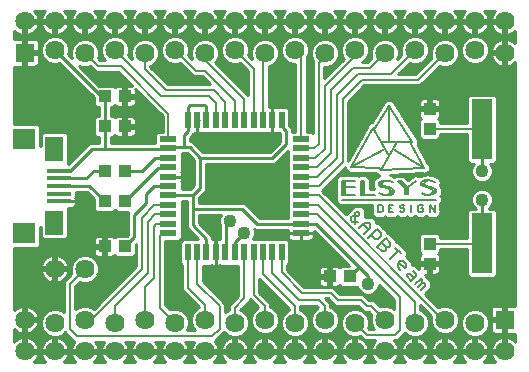
<source format=gtl>
G75*
G70*
%OFA0B0*%
%FSLAX24Y24*%
%IPPOS*%
%LPD*%
%AMOC8*
5,1,8,0,0,1.08239X$1,22.5*
%
%ADD10C,0.0080*%
%ADD11R,0.0394X0.0433*%
%ADD12R,0.0433X0.0394*%
%ADD13R,0.0700X0.2000*%
%ADD14R,0.0787X0.0138*%
%ADD15R,0.0748X0.0709*%
%ADD16R,0.0630X0.0827*%
%ADD17R,0.0580X0.0200*%
%ADD18R,0.0200X0.0580*%
%ADD19R,0.0640X0.0640*%
%ADD20C,0.0640*%
%ADD21C,0.0100*%
%ADD22C,0.0436*%
D10*
X003068Y002036D02*
X003318Y001786D01*
X007818Y001786D01*
X008068Y002036D01*
X008068Y002786D01*
X007318Y003536D01*
X007318Y004566D01*
X007308Y004576D01*
X006998Y004576D02*
X006998Y003406D01*
X007568Y002836D01*
X007568Y002336D01*
X006568Y002236D02*
X006068Y002736D01*
X006068Y005136D01*
X006148Y005216D01*
X006358Y005216D01*
X006358Y005526D02*
X005958Y005526D01*
X005868Y005436D01*
X005868Y003736D01*
X005568Y003436D01*
X005568Y002336D01*
X004568Y002236D02*
X004568Y002786D01*
X005668Y003886D01*
X005668Y005586D01*
X005928Y005846D01*
X006358Y005846D01*
X006358Y006156D02*
X005888Y006156D01*
X005468Y005736D01*
X005468Y004036D01*
X003768Y002336D01*
X003568Y002336D01*
X003068Y002036D02*
X003068Y003536D01*
X003568Y004036D01*
X008568Y002736D02*
X008568Y002236D01*
X008568Y002736D02*
X008878Y003046D01*
X008878Y004576D01*
X009198Y004576D02*
X009198Y003156D01*
X009568Y002786D01*
X009568Y002336D01*
X010568Y002236D02*
X010568Y002786D01*
X009508Y003846D01*
X009508Y004576D01*
X009828Y004576D02*
X009828Y003876D01*
X010718Y002986D01*
X011368Y002986D01*
X011568Y002786D01*
X011568Y002336D01*
X012018Y002986D02*
X012768Y002986D01*
X012968Y002786D01*
X013118Y002786D01*
X013568Y002336D01*
X013918Y001836D02*
X014068Y001986D01*
X014068Y003086D01*
X011308Y005846D01*
X010778Y005846D01*
X010778Y006156D02*
X011348Y006156D01*
X014568Y002936D01*
X014568Y002236D01*
X013918Y001836D02*
X012968Y001836D01*
X012568Y002236D01*
X012018Y002986D02*
X011768Y003236D01*
X010818Y003236D01*
X010138Y003916D01*
X010138Y004576D01*
X012440Y005651D02*
X012440Y005745D01*
X012487Y005792D01*
X012676Y005792D01*
X012723Y005839D01*
X012723Y005934D01*
X012628Y005934D01*
X012581Y005886D01*
X012581Y005509D01*
X012487Y005603D02*
X012440Y005651D01*
X012487Y005603D02*
X012676Y005603D01*
X012847Y005527D02*
X013035Y005338D01*
X013082Y005385D02*
X012894Y005196D01*
X013018Y005073D02*
X013301Y005356D01*
X013442Y005214D01*
X013442Y005120D01*
X013348Y005025D01*
X013253Y005025D01*
X013112Y005167D01*
X013082Y005385D02*
X013082Y005574D01*
X012894Y005574D01*
X012705Y005385D01*
X013341Y005929D02*
X013461Y005929D01*
X013501Y005969D01*
X013501Y006129D01*
X013461Y006169D01*
X013341Y006169D01*
X013341Y005929D01*
X013701Y005929D02*
X013701Y006169D01*
X013861Y006169D01*
X013781Y006049D02*
X013701Y006049D01*
X013701Y005929D02*
X013861Y005929D01*
X014071Y005969D02*
X014111Y005929D01*
X014191Y005929D01*
X014231Y005969D01*
X014231Y006009D01*
X014191Y006049D01*
X014111Y006049D01*
X014071Y006089D01*
X014071Y006129D01*
X014111Y006169D01*
X014191Y006169D01*
X014231Y006129D01*
X014441Y006169D02*
X014441Y005929D01*
X014691Y005969D02*
X014731Y005929D01*
X014811Y005929D01*
X014851Y005969D01*
X014851Y006049D01*
X014771Y006049D01*
X014851Y006129D02*
X014811Y006169D01*
X014731Y006169D01*
X014691Y006129D01*
X014691Y005969D01*
X015081Y005929D02*
X015081Y006169D01*
X015241Y005929D01*
X015241Y006169D01*
X015283Y006331D02*
X012143Y006331D01*
X012133Y006501D02*
X012183Y006501D01*
X012183Y006961D01*
X012133Y006961D01*
X012133Y006751D01*
X012593Y006751D01*
X012593Y006961D02*
X012243Y006961D01*
X012243Y006501D01*
X012183Y006501D01*
X012133Y006501D02*
X012133Y006751D01*
X012183Y006961D02*
X012243Y006961D01*
X012463Y007421D02*
X013573Y008031D01*
X013443Y008251D02*
X013723Y008251D01*
X013713Y009471D01*
X014493Y008251D01*
X014443Y008181D01*
X014883Y007401D01*
X013453Y007321D01*
X013393Y007401D01*
X012463Y007421D01*
X013173Y008721D01*
X013253Y008721D01*
X013713Y009471D01*
X013173Y008721D02*
X013703Y007801D01*
X013843Y008011D02*
X014873Y007401D01*
X014953Y006981D02*
X015033Y006981D01*
X015053Y006981D01*
X015033Y006981D02*
X015123Y006971D01*
X015243Y006921D01*
X015183Y006731D02*
X015083Y006761D01*
X014953Y006791D01*
X014893Y006841D01*
X014883Y006861D01*
X014903Y006911D01*
X014953Y006951D01*
X015033Y006981D01*
X014953Y006981D02*
X014853Y006951D01*
X014783Y006911D01*
X014783Y006821D01*
X014843Y006781D01*
X014843Y006821D01*
X014833Y006901D01*
X014843Y006781D02*
X014973Y006751D01*
X015123Y006701D01*
X015173Y006651D01*
X015173Y006571D01*
X015093Y006511D01*
X015063Y006501D02*
X015163Y006511D01*
X015243Y006541D01*
X015213Y006541D01*
X015213Y006561D01*
X015223Y006661D01*
X015253Y006701D02*
X015183Y006731D01*
X015253Y006701D02*
X015293Y006641D01*
X015293Y006601D01*
X015243Y006541D01*
X015063Y006501D02*
X014943Y006501D01*
X014863Y006521D01*
X014803Y006551D01*
X014623Y006951D02*
X014363Y006761D01*
X014363Y006721D01*
X014363Y006511D01*
X014263Y006511D01*
X014263Y006721D01*
X014003Y006941D01*
X014123Y006941D01*
X014331Y006751D01*
X014323Y006751D01*
X014323Y006731D01*
X014313Y006541D01*
X014363Y006721D02*
X014331Y006751D01*
X013883Y006631D02*
X013843Y006691D01*
X013773Y006721D01*
X013673Y006751D01*
X013543Y006781D01*
X013483Y006831D01*
X013473Y006851D01*
X013493Y006901D01*
X013543Y006941D01*
X013623Y006971D01*
X013643Y006969D01*
X013643Y006969D01*
X013713Y006961D01*
X013833Y006911D01*
X013643Y006969D02*
X013643Y006971D01*
X013543Y006971D01*
X013443Y006941D01*
X013373Y006901D01*
X013373Y006811D01*
X013403Y006791D01*
X013433Y006791D01*
X013433Y006811D01*
X013423Y006891D01*
X013403Y006791D02*
X013433Y006771D01*
X013563Y006741D01*
X013713Y006691D01*
X013763Y006641D01*
X013763Y006561D01*
X013683Y006501D01*
X013653Y006491D02*
X013753Y006501D01*
X013833Y006531D01*
X013833Y006551D01*
X013803Y006551D01*
X013813Y006651D01*
X013883Y006631D02*
X013883Y006591D01*
X013833Y006531D01*
X013653Y006491D02*
X013533Y006491D01*
X013453Y006511D01*
X013393Y006541D01*
X013233Y006501D02*
X012883Y006501D01*
X012833Y006501D01*
X012833Y006961D01*
X012883Y006961D01*
X012883Y006501D01*
X012833Y006501D02*
X012783Y006501D01*
X012783Y006961D01*
X012833Y006961D01*
X013453Y007321D02*
X013843Y008011D01*
X013973Y008241D01*
X013723Y008251D02*
X014493Y008251D01*
X015068Y008701D02*
X016818Y008701D01*
X016818Y008686D01*
X014668Y010336D02*
X015568Y011236D01*
X014568Y011336D02*
X013768Y010536D01*
X012668Y010536D01*
X011968Y009836D01*
X011968Y007736D01*
X011328Y007096D01*
X010778Y007096D01*
X010778Y007416D02*
X011298Y007416D01*
X011768Y007886D01*
X011768Y009986D01*
X012518Y010736D01*
X013068Y010736D01*
X013568Y011236D01*
X012568Y011136D02*
X012568Y011336D01*
X012568Y011136D02*
X011568Y010136D01*
X011568Y008036D01*
X011258Y007726D01*
X010778Y007726D01*
X010778Y008046D02*
X011228Y008046D01*
X011368Y008186D01*
X011368Y010886D01*
X011568Y011086D01*
X011568Y011236D01*
X010778Y011126D02*
X010568Y011336D01*
X010778Y011126D02*
X010778Y008356D01*
X009508Y008996D02*
X009508Y011176D01*
X009568Y011236D01*
X009198Y010706D02*
X008568Y011336D01*
X009198Y010706D02*
X009198Y008996D01*
X008878Y008996D02*
X008878Y009676D01*
X007568Y010986D01*
X007568Y011236D01*
X007568Y010636D02*
X007268Y010636D01*
X006568Y011336D01*
X007568Y010636D02*
X008568Y009636D01*
X008568Y008996D01*
X008258Y008996D02*
X008258Y009596D01*
X007868Y009986D01*
X006268Y009986D01*
X005568Y010686D01*
X005568Y011236D01*
X004768Y010786D02*
X004018Y010786D01*
X003568Y011236D01*
X004568Y011336D02*
X006118Y009786D01*
X007718Y009786D01*
X007938Y009566D01*
X007938Y008996D01*
X006358Y009196D02*
X006358Y008356D01*
X006358Y009196D02*
X004768Y010786D01*
X010778Y006786D02*
X011368Y006786D01*
X012168Y007586D01*
X012168Y009686D01*
X012818Y010336D01*
X014668Y010336D01*
X012593Y006501D02*
X012243Y006501D01*
X011378Y006476D02*
X015518Y002336D01*
X015568Y002336D01*
X014769Y003321D02*
X014910Y003463D01*
X014910Y003557D01*
X014816Y003557D01*
X014674Y003416D01*
X014580Y003510D02*
X014769Y003699D01*
X014816Y003652D01*
X014816Y003557D01*
X014598Y003775D02*
X014598Y003870D01*
X014503Y003964D01*
X014409Y003870D02*
X014550Y003728D01*
X014598Y003775D02*
X014456Y003634D01*
X014315Y003775D01*
X014315Y003870D01*
X014409Y003870D01*
X014238Y004041D02*
X014049Y004229D01*
X014002Y004182D02*
X014096Y004277D01*
X014191Y004277D01*
X014285Y004182D01*
X014285Y004088D01*
X014238Y004041D01*
X014096Y003994D02*
X014002Y004088D01*
X014002Y004182D01*
X013737Y004353D02*
X014020Y004636D01*
X014114Y004542D02*
X013926Y004731D01*
X013755Y004807D02*
X013707Y004760D01*
X013613Y004760D01*
X013471Y004902D01*
X013330Y004760D02*
X013471Y004619D01*
X013566Y004619D01*
X013613Y004666D01*
X013613Y004760D01*
X013755Y004807D02*
X013755Y004902D01*
X013613Y005043D01*
X013330Y004760D01*
X015068Y004871D02*
X016818Y004871D01*
X016818Y004886D01*
X011378Y006476D02*
X010778Y006476D01*
D11*
X015068Y004871D03*
X015068Y004201D03*
X015068Y008701D03*
X015068Y009371D03*
X004903Y007286D03*
X004234Y007286D03*
X004234Y006286D03*
X004903Y006286D03*
D12*
X004903Y004786D03*
X004234Y004786D03*
X004234Y008786D03*
X004903Y008786D03*
X004903Y009786D03*
X004234Y009786D03*
X011734Y003786D03*
X012403Y003786D03*
D13*
X016818Y004886D03*
X016818Y008686D03*
D14*
X002722Y007304D03*
X002722Y007048D03*
X002722Y006792D03*
X002722Y006536D03*
X002722Y006280D03*
D15*
X001560Y005217D03*
X001560Y008367D03*
D16*
X002564Y008013D03*
X002564Y005572D03*
D17*
X006358Y005526D03*
X006358Y005216D03*
X006358Y005846D03*
X006358Y006156D03*
X006358Y006476D03*
X006358Y006786D03*
X006358Y007096D03*
X006358Y007416D03*
X006358Y007726D03*
X006358Y008046D03*
X006358Y008356D03*
X010778Y008356D03*
X010778Y008046D03*
X010778Y007726D03*
X010778Y007416D03*
X010778Y007096D03*
X010778Y006786D03*
X010778Y006476D03*
X010778Y006156D03*
X010778Y005846D03*
X010778Y005526D03*
X010778Y005216D03*
D18*
X010138Y004576D03*
X009828Y004576D03*
X009508Y004576D03*
X009198Y004576D03*
X008878Y004576D03*
X008568Y004576D03*
X008258Y004576D03*
X007938Y004576D03*
X007628Y004576D03*
X007308Y004576D03*
X006998Y004576D03*
X006998Y008996D03*
X007308Y008996D03*
X007628Y008996D03*
X007938Y008996D03*
X008258Y008996D03*
X008568Y008996D03*
X008878Y008996D03*
X009198Y008996D03*
X009508Y008996D03*
X009828Y008996D03*
X010138Y008996D03*
D19*
X001568Y011236D03*
X017568Y002336D03*
D20*
X016568Y002236D03*
X015568Y002336D03*
X014568Y002236D03*
X013568Y002336D03*
X012568Y002236D03*
X011568Y002336D03*
X010568Y002236D03*
X009568Y002336D03*
X008568Y002236D03*
X007568Y002336D03*
X006568Y002236D03*
X005568Y002336D03*
X004568Y002236D03*
X003568Y002336D03*
X002568Y002236D03*
X001568Y002336D03*
X001568Y001286D03*
X002568Y001286D03*
X003568Y001286D03*
X004568Y001286D03*
X005568Y001286D03*
X006568Y001286D03*
X007568Y001286D03*
X008568Y001286D03*
X009568Y001286D03*
X010568Y001286D03*
X011568Y001286D03*
X012568Y001286D03*
X013568Y001286D03*
X014568Y001286D03*
X015568Y001286D03*
X016568Y001286D03*
X017568Y001286D03*
X017568Y011236D03*
X016568Y011336D03*
X015568Y011236D03*
X014568Y011336D03*
X013568Y011236D03*
X012568Y011336D03*
X011568Y011236D03*
X010568Y011336D03*
X009568Y011236D03*
X008568Y011336D03*
X007568Y011236D03*
X006568Y011336D03*
X005568Y011236D03*
X004568Y011336D03*
X003568Y011236D03*
X002568Y011336D03*
X002568Y012286D03*
X001568Y012286D03*
X003568Y012286D03*
X004568Y012286D03*
X005568Y012286D03*
X006568Y012286D03*
X007568Y012286D03*
X008568Y012286D03*
X009568Y012286D03*
X010568Y012286D03*
X011568Y012286D03*
X012568Y012286D03*
X013568Y012286D03*
X014568Y012286D03*
X015568Y012286D03*
X016568Y012286D03*
X017568Y012286D03*
X003568Y004036D03*
X002568Y004036D03*
D21*
X001518Y001754D02*
X001518Y001336D01*
X001618Y001336D01*
X001618Y001754D01*
X001678Y001745D01*
X001749Y001722D01*
X001815Y001688D01*
X001874Y001645D01*
X001927Y001592D01*
X001970Y001532D01*
X002004Y001467D01*
X002027Y001396D01*
X002036Y001336D01*
X001619Y001336D01*
X001619Y001236D01*
X002036Y001236D01*
X002027Y001176D01*
X002004Y001106D01*
X001970Y001040D01*
X001927Y000980D01*
X001883Y000936D01*
X002254Y000936D01*
X002210Y000980D01*
X002166Y001040D01*
X002133Y001106D01*
X002110Y001176D01*
X002100Y001236D01*
X002518Y001236D01*
X002518Y001336D01*
X002100Y001336D01*
X002110Y001396D01*
X002133Y001467D01*
X002166Y001532D01*
X002210Y001592D01*
X002262Y001645D01*
X002322Y001688D01*
X002388Y001722D01*
X002458Y001745D01*
X002518Y001754D01*
X002518Y001336D01*
X002618Y001336D01*
X002618Y001754D01*
X002678Y001745D01*
X002749Y001722D01*
X002815Y001688D01*
X002874Y001645D01*
X002927Y001592D01*
X002970Y001532D01*
X003004Y001467D01*
X003027Y001396D01*
X003036Y001336D01*
X002619Y001336D01*
X002619Y001236D01*
X003036Y001236D01*
X003027Y001176D01*
X003004Y001106D01*
X002970Y001040D01*
X002927Y000980D01*
X002883Y000936D01*
X003254Y000936D01*
X003210Y000980D01*
X003166Y001040D01*
X003133Y001106D01*
X003110Y001176D01*
X003100Y001236D01*
X003518Y001236D01*
X003518Y001336D01*
X003100Y001336D01*
X003110Y001396D01*
X003133Y001467D01*
X003166Y001532D01*
X003210Y001592D01*
X003227Y001609D01*
X003128Y001707D01*
X002916Y001919D01*
X002835Y001838D01*
X002662Y001766D01*
X002475Y001766D01*
X002302Y001838D01*
X002170Y001970D01*
X002098Y002143D01*
X002098Y002330D01*
X002170Y002502D01*
X002302Y002635D01*
X002475Y002706D01*
X002662Y002706D01*
X002835Y002635D01*
X002878Y002591D01*
X002878Y003615D01*
X002990Y003726D01*
X003130Y003866D01*
X003098Y003943D01*
X003098Y004130D01*
X003170Y004302D01*
X003302Y004435D01*
X003475Y004506D01*
X003662Y004506D01*
X003835Y004435D01*
X003967Y004302D01*
X004038Y004130D01*
X004038Y003943D01*
X003967Y003770D01*
X003835Y003638D01*
X003662Y003566D01*
X003475Y003566D01*
X003399Y003598D01*
X003258Y003457D01*
X003258Y002691D01*
X003302Y002735D01*
X003475Y002806D01*
X003662Y002806D01*
X003835Y002735D01*
X003866Y002703D01*
X005278Y004115D01*
X005278Y004863D01*
X005269Y004854D01*
X005269Y004527D01*
X005182Y004439D01*
X004624Y004439D01*
X004568Y004495D01*
X004542Y004469D01*
X004508Y004450D01*
X004470Y004439D01*
X004282Y004439D01*
X004282Y004737D01*
X004185Y004737D01*
X004185Y004439D01*
X003997Y004439D01*
X003959Y004450D01*
X003925Y004469D01*
X003897Y004497D01*
X003877Y004531D01*
X003867Y004570D01*
X003867Y004738D01*
X004185Y004738D01*
X004185Y004835D01*
X004185Y005133D01*
X003997Y005133D01*
X003959Y005123D01*
X003925Y005103D01*
X003897Y005075D01*
X003877Y005041D01*
X003867Y005003D01*
X003867Y004835D01*
X004185Y004835D01*
X004282Y004835D01*
X004282Y005133D01*
X004470Y005133D01*
X004508Y005123D01*
X004542Y005103D01*
X004568Y005077D01*
X004624Y005133D01*
X004982Y005133D01*
X005018Y005169D01*
X005018Y005753D01*
X005018Y005919D01*
X005019Y005920D01*
X004644Y005920D01*
X004568Y005995D01*
X004493Y005920D01*
X003975Y005920D01*
X003887Y006007D01*
X003887Y006350D01*
X003645Y006592D01*
X003266Y006592D01*
X003266Y006405D01*
X003258Y006397D01*
X003266Y006369D01*
X003266Y006280D01*
X002722Y006280D01*
X003424Y006280D01*
X003668Y006036D01*
X003668Y004836D01*
X003718Y004786D01*
X004234Y004786D01*
X004234Y005421D01*
X004218Y005436D01*
X004185Y005122D02*
X004282Y005122D01*
X004282Y005024D02*
X004185Y005024D01*
X004185Y004925D02*
X004282Y004925D01*
X004185Y004826D02*
X002084Y004826D01*
X002084Y004801D02*
X002084Y005436D01*
X002099Y005436D01*
X002099Y005096D01*
X002187Y005008D01*
X002941Y005008D01*
X003029Y005096D01*
X003029Y006047D01*
X003015Y006061D01*
X003135Y006061D01*
X003173Y006072D01*
X003208Y006091D01*
X003236Y006119D01*
X003255Y006153D01*
X003266Y006192D01*
X003266Y006280D01*
X002722Y006280D01*
X002722Y006280D01*
X003029Y006009D02*
X003887Y006009D01*
X003887Y006107D02*
X003224Y006107D01*
X003266Y006206D02*
X003887Y006206D01*
X003887Y006305D02*
X003266Y006305D01*
X003264Y006403D02*
X003834Y006403D01*
X003735Y006502D02*
X003266Y006502D01*
X003728Y006792D02*
X002722Y006792D01*
X002722Y007048D02*
X003630Y007048D01*
X003868Y007286D01*
X004234Y007286D01*
X003728Y006792D02*
X004234Y006286D01*
X004903Y006286D02*
X004918Y006286D01*
X006018Y007386D01*
X006328Y007386D01*
X006358Y007416D01*
X006358Y007726D02*
X005908Y007726D01*
X005468Y007286D01*
X004903Y007286D01*
X005618Y006536D02*
X005868Y006786D01*
X006358Y006786D01*
X006368Y006486D02*
X006358Y006476D01*
X006368Y006486D02*
X007168Y006486D01*
X007168Y006086D01*
X007218Y006036D01*
X008818Y006036D01*
X009328Y005526D01*
X010778Y005526D01*
X011278Y005526D01*
X012718Y004086D01*
X012418Y003786D01*
X012403Y003786D01*
X012660Y003439D02*
X012124Y003439D01*
X012068Y003495D01*
X012042Y003469D01*
X012008Y003450D01*
X011970Y003439D01*
X011782Y003439D01*
X011782Y003737D01*
X011685Y003737D01*
X011685Y003439D01*
X011497Y003439D01*
X011459Y003450D01*
X011425Y003469D01*
X011397Y003497D01*
X011377Y003531D01*
X011367Y003570D01*
X011367Y003738D01*
X011685Y003738D01*
X011685Y003835D01*
X011685Y004133D01*
X011497Y004133D01*
X011459Y004123D01*
X011425Y004103D01*
X011397Y004075D01*
X011377Y004041D01*
X011367Y004003D01*
X011367Y003835D01*
X011685Y003835D01*
X011782Y003835D01*
X011782Y004133D01*
X011970Y004133D01*
X012008Y004123D01*
X012042Y004103D01*
X012068Y004077D01*
X012124Y004133D01*
X012389Y004133D01*
X011218Y005303D01*
X011218Y005216D01*
X010779Y005216D01*
X010779Y005216D01*
X011218Y005216D01*
X011218Y005096D01*
X011208Y005058D01*
X011188Y005024D01*
X011160Y004996D01*
X011126Y004976D01*
X011088Y004966D01*
X010779Y004966D01*
X010779Y005216D01*
X010778Y005216D01*
X010338Y005216D01*
X010338Y005096D01*
X010349Y005058D01*
X010368Y005024D01*
X010396Y004996D01*
X010430Y004976D01*
X010469Y004966D01*
X010778Y004966D01*
X010778Y005216D01*
X010778Y005216D01*
X010338Y005216D01*
X010338Y005326D01*
X009411Y005326D01*
X009245Y005326D01*
X009218Y005354D01*
X009236Y005309D01*
X009236Y005163D01*
X009180Y005028D01*
X009169Y005016D01*
X009346Y005016D01*
X009666Y005016D01*
X009976Y005016D01*
X010300Y005016D01*
X010388Y004928D01*
X010388Y004224D01*
X010328Y004164D01*
X010328Y003995D01*
X010897Y003426D01*
X011690Y003426D01*
X011847Y003426D01*
X012097Y003176D01*
X012690Y003176D01*
X012847Y003176D01*
X013047Y002976D01*
X013197Y002976D01*
X013399Y002775D01*
X013475Y002806D01*
X013662Y002806D01*
X013835Y002735D01*
X013878Y002691D01*
X013878Y003007D01*
X013386Y003499D01*
X013386Y003463D01*
X013330Y003328D01*
X013227Y003224D01*
X013092Y003168D01*
X012945Y003168D01*
X012810Y003224D01*
X012706Y003328D01*
X012660Y003439D01*
X012698Y003348D02*
X011925Y003348D01*
X011998Y003447D02*
X012117Y003447D01*
X012023Y003250D02*
X012784Y003250D01*
X012872Y003151D02*
X013735Y003151D01*
X013833Y003053D02*
X012971Y003053D01*
X013219Y002954D02*
X013878Y002954D01*
X013878Y002856D02*
X013318Y002856D01*
X013040Y002596D02*
X013130Y002506D01*
X013098Y002430D01*
X013098Y002243D01*
X013170Y002070D01*
X013214Y002026D01*
X013047Y002026D01*
X013007Y002066D01*
X013038Y002143D01*
X013038Y002330D01*
X012967Y002502D01*
X012835Y002635D01*
X012662Y002706D01*
X012475Y002706D01*
X012302Y002635D01*
X012170Y002502D01*
X012098Y002330D01*
X012098Y002143D01*
X012170Y001970D01*
X012302Y001838D01*
X012475Y001766D01*
X012662Y001766D01*
X012738Y001798D01*
X012778Y001757D01*
X012890Y001646D01*
X013264Y001646D01*
X013262Y001645D01*
X013210Y001592D01*
X013166Y001532D01*
X013133Y001467D01*
X013110Y001396D01*
X013100Y001336D01*
X013518Y001336D01*
X013518Y001236D01*
X013100Y001236D01*
X013110Y001176D01*
X013133Y001106D01*
X013166Y001040D01*
X013210Y000980D01*
X013254Y000936D01*
X012883Y000936D01*
X012927Y000980D01*
X012970Y001040D01*
X013004Y001106D01*
X013027Y001176D01*
X013036Y001236D01*
X012619Y001236D01*
X012619Y001336D01*
X013036Y001336D01*
X013027Y001396D01*
X013004Y001467D01*
X012970Y001532D01*
X012927Y001592D01*
X012874Y001645D01*
X012815Y001688D01*
X012749Y001722D01*
X012678Y001745D01*
X012618Y001754D01*
X012618Y001336D01*
X012518Y001336D01*
X012518Y001236D01*
X012100Y001236D01*
X012110Y001176D01*
X012133Y001106D01*
X012166Y001040D01*
X012210Y000980D01*
X012254Y000936D01*
X011883Y000936D01*
X011927Y000980D01*
X011970Y001040D01*
X012004Y001106D01*
X012027Y001176D01*
X012036Y001236D01*
X011619Y001236D01*
X011619Y001336D01*
X012036Y001336D01*
X012027Y001396D01*
X012004Y001467D01*
X011970Y001532D01*
X011927Y001592D01*
X011874Y001645D01*
X011815Y001688D01*
X011749Y001722D01*
X011678Y001745D01*
X011618Y001754D01*
X011618Y001336D01*
X011518Y001336D01*
X011518Y001236D01*
X011100Y001236D01*
X011110Y001176D01*
X011133Y001106D01*
X011166Y001040D01*
X011210Y000980D01*
X011254Y000936D01*
X010883Y000936D01*
X010927Y000980D01*
X010970Y001040D01*
X011004Y001106D01*
X011027Y001176D01*
X011036Y001236D01*
X010619Y001236D01*
X010619Y001336D01*
X011036Y001336D01*
X011027Y001396D01*
X011004Y001467D01*
X010970Y001532D01*
X010927Y001592D01*
X010874Y001645D01*
X010815Y001688D01*
X010749Y001722D01*
X010678Y001745D01*
X010618Y001754D01*
X010618Y001336D01*
X010518Y001336D01*
X010518Y001236D01*
X010100Y001236D01*
X010110Y001176D01*
X010133Y001106D01*
X010166Y001040D01*
X010210Y000980D01*
X010254Y000936D01*
X009883Y000936D01*
X009927Y000980D01*
X009970Y001040D01*
X010004Y001106D01*
X010027Y001176D01*
X010036Y001236D01*
X009619Y001236D01*
X009619Y001336D01*
X010036Y001336D01*
X010027Y001396D01*
X010004Y001467D01*
X009970Y001532D01*
X009927Y001592D01*
X009874Y001645D01*
X009815Y001688D01*
X009749Y001722D01*
X009678Y001745D01*
X009618Y001754D01*
X009618Y001336D01*
X009518Y001336D01*
X009518Y001236D01*
X009100Y001236D01*
X009110Y001176D01*
X009133Y001106D01*
X009166Y001040D01*
X009210Y000980D01*
X009254Y000936D01*
X008883Y000936D01*
X008927Y000980D01*
X008970Y001040D01*
X009004Y001106D01*
X009027Y001176D01*
X009036Y001236D01*
X008619Y001236D01*
X008619Y001336D01*
X009036Y001336D01*
X009027Y001396D01*
X009004Y001467D01*
X008970Y001532D01*
X008927Y001592D01*
X008874Y001645D01*
X008815Y001688D01*
X008749Y001722D01*
X008678Y001745D01*
X008618Y001754D01*
X008618Y001336D01*
X008518Y001336D01*
X008518Y001236D01*
X008100Y001236D01*
X008110Y001176D01*
X008133Y001106D01*
X008166Y001040D01*
X008210Y000980D01*
X008254Y000936D01*
X007883Y000936D01*
X007927Y000980D01*
X007970Y001040D01*
X008004Y001106D01*
X008027Y001176D01*
X008036Y001236D01*
X007619Y001236D01*
X007619Y001336D01*
X008036Y001336D01*
X008027Y001396D01*
X008004Y001467D01*
X007970Y001532D01*
X007927Y001592D01*
X007910Y001609D01*
X008147Y001846D01*
X008220Y001919D01*
X008302Y001838D01*
X008475Y001766D01*
X008662Y001766D01*
X008835Y001838D01*
X008967Y001970D01*
X009038Y002143D01*
X009038Y002330D01*
X008967Y002502D01*
X008835Y002635D01*
X008764Y002664D01*
X009068Y002967D01*
X009068Y003017D01*
X009337Y002749D01*
X009302Y002735D01*
X009170Y002602D01*
X009098Y002430D01*
X009098Y002243D01*
X009170Y002070D01*
X009302Y001938D01*
X009475Y001866D01*
X009662Y001866D01*
X009835Y001938D01*
X009967Y002070D01*
X010038Y002243D01*
X010038Y002430D01*
X009967Y002602D01*
X009835Y002735D01*
X009758Y002766D01*
X009758Y002865D01*
X009647Y002976D01*
X009388Y003235D01*
X009388Y003697D01*
X010378Y002707D01*
X010378Y002666D01*
X010302Y002635D01*
X010170Y002502D01*
X010098Y002330D01*
X010098Y002143D01*
X010170Y001970D01*
X010302Y001838D01*
X010475Y001766D01*
X010662Y001766D01*
X010835Y001838D01*
X010967Y001970D01*
X011038Y002143D01*
X011038Y002330D01*
X010967Y002502D01*
X010835Y002635D01*
X010758Y002666D01*
X010758Y002796D01*
X011290Y002796D01*
X011337Y002749D01*
X011302Y002735D01*
X011170Y002602D01*
X011098Y002430D01*
X011098Y002243D01*
X011170Y002070D01*
X011302Y001938D01*
X011475Y001866D01*
X011662Y001866D01*
X011835Y001938D01*
X011967Y002070D01*
X012038Y002243D01*
X012038Y002430D01*
X011967Y002602D01*
X011835Y002735D01*
X011758Y002766D01*
X011758Y002865D01*
X011647Y002976D01*
X011577Y003046D01*
X011690Y003046D01*
X011828Y002907D01*
X011940Y002796D01*
X012690Y002796D01*
X012778Y002707D01*
X012890Y002596D01*
X013040Y002596D01*
X013076Y002560D02*
X012909Y002560D01*
X012984Y002461D02*
X013112Y002461D01*
X013098Y002363D02*
X013025Y002363D01*
X013038Y002264D02*
X013098Y002264D01*
X013130Y002166D02*
X013038Y002166D01*
X013007Y002067D02*
X013173Y002067D01*
X012764Y001772D02*
X012675Y001772D01*
X012618Y001673D02*
X012518Y001673D01*
X012518Y001754D02*
X012458Y001745D01*
X012388Y001722D01*
X012322Y001688D01*
X012262Y001645D01*
X012210Y001592D01*
X012166Y001532D01*
X012133Y001467D01*
X012110Y001396D01*
X012100Y001336D01*
X012518Y001336D01*
X012518Y001754D01*
X012462Y001772D02*
X010675Y001772D01*
X010618Y001673D02*
X010518Y001673D01*
X010518Y001754D02*
X010458Y001745D01*
X010388Y001722D01*
X010322Y001688D01*
X010262Y001645D01*
X010210Y001592D01*
X010166Y001532D01*
X010133Y001467D01*
X010110Y001396D01*
X010100Y001336D01*
X010518Y001336D01*
X010518Y001754D01*
X010462Y001772D02*
X008675Y001772D01*
X008618Y001673D02*
X008518Y001673D01*
X008518Y001754D02*
X008458Y001745D01*
X008388Y001722D01*
X008322Y001688D01*
X008262Y001645D01*
X008210Y001592D01*
X008166Y001532D01*
X008133Y001467D01*
X008110Y001396D01*
X008100Y001336D01*
X008518Y001336D01*
X008518Y001754D01*
X008462Y001772D02*
X008072Y001772D01*
X007974Y001673D02*
X008301Y001673D01*
X008197Y001574D02*
X007940Y001574D01*
X007999Y001476D02*
X008138Y001476D01*
X008107Y001377D02*
X008030Y001377D01*
X008027Y001180D02*
X008109Y001180D01*
X008145Y001082D02*
X007992Y001082D01*
X007929Y000983D02*
X008207Y000983D01*
X008518Y001279D02*
X007619Y001279D01*
X007568Y001286D02*
X008568Y001286D01*
X009568Y001286D01*
X010568Y001286D01*
X011568Y001286D01*
X012568Y001286D01*
X013568Y001286D01*
X014568Y001286D01*
X015568Y001286D01*
X016568Y001286D01*
X017568Y001286D01*
X017568Y002336D01*
X017568Y003536D01*
X015318Y003536D01*
X015068Y003786D01*
X015068Y004201D01*
X015020Y004235D02*
X014475Y004235D01*
X014475Y004261D02*
X014381Y004355D01*
X014381Y004355D01*
X014326Y004410D01*
X014289Y004448D01*
X014304Y004463D01*
X014304Y004621D01*
X014210Y004715D01*
X014099Y004826D01*
X014099Y004826D01*
X014004Y004921D01*
X013945Y004921D01*
X013945Y004980D01*
X013833Y005092D01*
X013692Y005233D01*
X013632Y005233D01*
X013632Y005293D01*
X013521Y005404D01*
X013379Y005546D01*
X013272Y005546D01*
X013272Y005653D01*
X013161Y005764D01*
X013004Y005764D01*
X012913Y005764D01*
X012913Y005840D01*
X012913Y005855D01*
X012913Y005887D01*
X012913Y005918D01*
X012913Y005918D01*
X012913Y005934D01*
X012913Y006012D01*
X012913Y006012D01*
X012913Y006012D01*
X012856Y006069D01*
X012801Y006124D01*
X012717Y006124D01*
X012644Y006124D01*
X012644Y006124D01*
X012634Y006124D01*
X012550Y006124D01*
X012550Y006123D01*
X012496Y006069D01*
X012408Y005982D01*
X012352Y005926D01*
X012275Y005848D01*
X011487Y006636D01*
X012247Y007396D01*
X012263Y007412D01*
X012259Y007399D01*
X012272Y007374D01*
X012272Y007347D01*
X012294Y007323D01*
X012303Y007292D01*
X012324Y007281D01*
X012335Y007261D01*
X012361Y007253D01*
X012381Y007233D01*
X012413Y007232D01*
X012441Y007217D01*
X012464Y007223D01*
X012486Y007217D01*
X012510Y007230D01*
X013286Y007213D01*
X013291Y007194D01*
X013325Y007175D01*
X013349Y007144D01*
X013370Y007141D01*
X013385Y007127D01*
X013386Y007127D01*
X013368Y007117D01*
X013313Y007100D01*
X013308Y007091D01*
X013295Y007091D01*
X013257Y007053D01*
X013211Y007027D01*
X013203Y007000D01*
X013183Y006980D01*
X013183Y006927D01*
X013169Y006875D01*
X013178Y006860D01*
X013172Y006851D01*
X013183Y006792D01*
X013183Y006732D01*
X013198Y006717D01*
X013202Y006697D01*
X013211Y006691D01*
X013073Y006691D01*
X013073Y007040D01*
X012962Y007151D01*
X012912Y007151D01*
X012755Y007151D01*
X012705Y007151D01*
X012688Y007135D01*
X012672Y007151D01*
X012322Y007151D01*
X012262Y007151D01*
X012105Y007151D01*
X012055Y007151D01*
X011943Y007040D01*
X011943Y006830D01*
X011943Y006672D01*
X011943Y006580D01*
X011943Y006422D01*
X011955Y006411D01*
X011953Y006410D01*
X011953Y006252D01*
X012065Y006141D01*
X013151Y006141D01*
X013151Y006090D01*
X013151Y006007D01*
X013151Y005850D01*
X013262Y005739D01*
X013460Y005739D01*
X013539Y005739D01*
X013540Y005739D02*
X013540Y005739D01*
X013580Y005779D01*
X013581Y005780D01*
X013622Y005739D01*
X013940Y005739D01*
X013986Y005785D01*
X014032Y005739D01*
X014190Y005739D01*
X014192Y005739D01*
X014270Y005739D01*
X014310Y005779D01*
X014316Y005785D01*
X014362Y005739D01*
X014520Y005739D01*
X014586Y005805D01*
X014652Y005739D01*
X014810Y005739D01*
X014890Y005739D01*
X014930Y005779D01*
X014946Y005795D01*
X015002Y005739D01*
X015160Y005739D01*
X015161Y005740D01*
X015162Y005739D01*
X015222Y005739D01*
X015281Y005727D01*
X015298Y005739D01*
X015320Y005739D01*
X015362Y005781D01*
X015412Y005814D01*
X015416Y005835D01*
X015431Y005850D01*
X015431Y005910D01*
X015443Y005969D01*
X015431Y005986D01*
X015431Y006210D01*
X015473Y006252D01*
X015473Y006410D01*
X015427Y006456D01*
X015433Y006462D01*
X015433Y006472D01*
X015434Y006473D01*
X015483Y006522D01*
X015483Y006532D01*
X015490Y006540D01*
X015483Y006610D01*
X015483Y006622D01*
X015495Y006681D01*
X015483Y006699D01*
X016732Y006699D01*
X016745Y006704D02*
X016610Y006648D01*
X016506Y006545D01*
X016450Y006409D01*
X016450Y006263D01*
X016506Y006128D01*
X016598Y006036D01*
X016406Y006036D01*
X016318Y005948D01*
X016318Y005061D01*
X015415Y005061D01*
X015415Y005149D01*
X015327Y005237D01*
X014809Y005237D01*
X014721Y005149D01*
X014721Y004592D01*
X014777Y004536D01*
X014751Y004510D01*
X014732Y004476D01*
X014721Y004438D01*
X014721Y004250D01*
X015020Y004250D01*
X015020Y004153D01*
X015117Y004153D01*
X015117Y004250D01*
X015415Y004250D01*
X015415Y004438D01*
X015405Y004476D01*
X015385Y004510D01*
X015359Y004536D01*
X015415Y004592D01*
X015415Y004681D01*
X016318Y004681D01*
X016318Y003824D01*
X016406Y003736D01*
X017230Y003736D01*
X017318Y003824D01*
X017318Y005948D01*
X017230Y006036D01*
X017039Y006036D01*
X017130Y006128D01*
X017186Y006263D01*
X017186Y006409D01*
X017130Y006545D01*
X017027Y006648D01*
X016892Y006704D01*
X016745Y006704D01*
X016905Y006699D02*
X017918Y006699D01*
X017918Y006797D02*
X015419Y006797D01*
X015422Y006790D02*
X015409Y006824D01*
X015449Y006921D01*
X015389Y007066D01*
X015241Y007128D01*
X015223Y007151D01*
X015171Y007157D01*
X015124Y007177D01*
X015110Y007171D01*
X015074Y007171D01*
X015040Y007187D01*
X015009Y007175D01*
X014990Y007177D01*
X014974Y007186D01*
X014925Y007171D01*
X014875Y007171D01*
X014853Y007149D01*
X014851Y007149D01*
X014827Y007155D01*
X014778Y007127D01*
X014739Y007115D01*
X014730Y007127D01*
X014575Y007151D01*
X014353Y006989D01*
X014255Y007078D01*
X014202Y007131D01*
X014197Y007131D01*
X014194Y007134D01*
X014119Y007131D01*
X014073Y007131D01*
X014066Y007137D01*
X013996Y007131D01*
X013925Y007131D01*
X013918Y007125D01*
X013909Y007124D01*
X013885Y007095D01*
X013831Y007118D01*
X013813Y007141D01*
X013761Y007147D01*
X013759Y007148D01*
X014827Y007208D01*
X014844Y007198D01*
X014876Y007206D01*
X014908Y007197D01*
X014938Y007214D01*
X014973Y007216D01*
X014989Y007235D01*
X014997Y007237D01*
X015006Y007252D01*
X015045Y007274D01*
X015054Y007307D01*
X015077Y007333D01*
X015075Y007369D01*
X015077Y007372D01*
X015075Y007380D01*
X015075Y007380D01*
X015087Y007426D01*
X015071Y007456D01*
X015069Y007490D01*
X015040Y007516D01*
X015038Y007524D01*
X015029Y007530D01*
X014672Y008162D01*
X014683Y008172D01*
X014683Y008190D01*
X014694Y008205D01*
X014687Y008246D01*
X014696Y008287D01*
X014683Y008307D01*
X014683Y008330D01*
X014671Y008342D01*
X014668Y008360D01*
X014634Y008384D01*
X013903Y009527D01*
X013903Y009551D01*
X013885Y009568D01*
X013880Y009592D01*
X013850Y009610D01*
X013831Y009640D01*
X013808Y009645D01*
X013790Y009662D01*
X013766Y009662D01*
X013746Y009674D01*
X013712Y009666D01*
X013677Y009674D01*
X013657Y009661D01*
X013633Y009660D01*
X013616Y009643D01*
X013593Y009638D01*
X013574Y009608D01*
X013545Y009589D01*
X013540Y009565D01*
X013523Y009548D01*
X013523Y009524D01*
X013154Y008923D01*
X013147Y008925D01*
X013122Y008911D01*
X013095Y008911D01*
X013073Y008890D01*
X013044Y008881D01*
X013032Y008859D01*
X013010Y008846D01*
X013003Y008820D01*
X012983Y008800D01*
X012983Y008770D01*
X012358Y007625D01*
X012358Y009607D01*
X012897Y010146D01*
X014590Y010146D01*
X014747Y010146D01*
X015399Y010798D01*
X015475Y010766D01*
X015662Y010766D01*
X015835Y010838D01*
X015967Y010970D01*
X016038Y011143D01*
X016038Y011330D01*
X016098Y011330D01*
X016038Y011330D02*
X015967Y011502D01*
X015835Y011635D01*
X015662Y011706D01*
X015475Y011706D01*
X015302Y011635D01*
X015170Y011502D01*
X015098Y011330D01*
X015098Y011143D01*
X015130Y011066D01*
X014590Y010526D01*
X014027Y010526D01*
X014399Y010898D01*
X014475Y010866D01*
X014662Y010866D01*
X014835Y010938D01*
X014967Y011070D01*
X015038Y011243D01*
X015038Y011430D01*
X014967Y011602D01*
X014835Y011735D01*
X014662Y011806D01*
X014475Y011806D01*
X014302Y011735D01*
X014170Y011602D01*
X014098Y011430D01*
X014098Y011243D01*
X014130Y011166D01*
X013990Y011027D01*
X014038Y011143D01*
X014038Y011330D01*
X014098Y011330D01*
X014038Y011330D02*
X013967Y011502D01*
X013835Y011635D01*
X013662Y011706D01*
X013475Y011706D01*
X013302Y011635D01*
X013170Y011502D01*
X013098Y011330D01*
X013098Y011143D01*
X013130Y011066D01*
X012990Y010926D01*
X012807Y010926D01*
X012835Y010938D01*
X012967Y011070D01*
X013038Y011243D01*
X013038Y011430D01*
X012967Y011602D01*
X012835Y011735D01*
X012662Y011806D01*
X012475Y011806D01*
X012302Y011735D01*
X012170Y011602D01*
X012098Y011430D01*
X012098Y011243D01*
X012170Y011070D01*
X012202Y011038D01*
X011558Y010395D01*
X011558Y010766D01*
X011662Y010766D01*
X011835Y010838D01*
X011967Y010970D01*
X012038Y011143D01*
X012038Y011330D01*
X012098Y011330D01*
X012038Y011330D02*
X011967Y011502D01*
X011835Y011635D01*
X011662Y011706D01*
X011475Y011706D01*
X011302Y011635D01*
X011170Y011502D01*
X011098Y011330D01*
X011098Y011143D01*
X011170Y010970D01*
X011178Y010961D01*
X011178Y008558D01*
X011130Y008606D01*
X010968Y008606D01*
X010968Y011074D01*
X011038Y011243D01*
X011038Y011430D01*
X010967Y011602D01*
X010835Y011735D01*
X010662Y011806D01*
X010475Y011806D01*
X010302Y011735D01*
X010170Y011602D01*
X010098Y011430D01*
X010098Y011243D01*
X010170Y011070D01*
X010302Y010938D01*
X010475Y010866D01*
X010588Y010866D01*
X010588Y008606D01*
X010468Y008606D01*
X010468Y008719D01*
X010388Y008799D01*
X010388Y009348D01*
X010300Y009436D01*
X009976Y009436D01*
X009970Y009430D01*
X009948Y009436D01*
X009829Y009436D01*
X009829Y008997D01*
X009828Y008997D01*
X009828Y009436D01*
X009709Y009436D01*
X009698Y009433D01*
X009698Y010781D01*
X009835Y010838D01*
X009967Y010970D01*
X010038Y011143D01*
X010038Y011330D01*
X010098Y011330D01*
X010038Y011330D02*
X009967Y011502D01*
X009835Y011635D01*
X009662Y011706D01*
X009475Y011706D01*
X009302Y011635D01*
X009170Y011502D01*
X009098Y011330D01*
X009098Y011143D01*
X009146Y011027D01*
X009007Y011166D01*
X009038Y011243D01*
X009038Y011430D01*
X008967Y011602D01*
X008835Y011735D01*
X008662Y011806D01*
X008475Y011806D01*
X008302Y011735D01*
X008170Y011602D01*
X008098Y011430D01*
X008098Y011243D01*
X008170Y011070D01*
X008302Y010938D01*
X008475Y010866D01*
X008662Y010866D01*
X008738Y010898D01*
X009008Y010627D01*
X009008Y009815D01*
X007910Y010913D01*
X007967Y010970D01*
X008038Y011143D01*
X008038Y011330D01*
X008098Y011330D01*
X008038Y011330D02*
X007967Y011502D01*
X007835Y011635D01*
X007662Y011706D01*
X007475Y011706D01*
X007302Y011635D01*
X007170Y011502D01*
X007098Y011330D01*
X007098Y011143D01*
X007146Y011027D01*
X007007Y011166D01*
X007038Y011243D01*
X007038Y011430D01*
X006967Y011602D01*
X006835Y011735D01*
X006662Y011806D01*
X006475Y011806D01*
X006302Y011735D01*
X006170Y011602D01*
X006098Y011430D01*
X006098Y011243D01*
X006170Y011070D01*
X006302Y010938D01*
X006475Y010866D01*
X006662Y010866D01*
X006738Y010898D01*
X007190Y010446D01*
X007347Y010446D01*
X007490Y010446D01*
X007760Y010176D01*
X006347Y010176D01*
X005758Y010765D01*
X005758Y010806D01*
X005835Y010838D01*
X005967Y010970D01*
X006038Y011143D01*
X006038Y011330D01*
X006098Y011330D01*
X006038Y011330D02*
X005967Y011502D01*
X005835Y011635D01*
X005662Y011706D01*
X005475Y011706D01*
X005302Y011635D01*
X005170Y011502D01*
X005098Y011330D01*
X005098Y011143D01*
X005146Y011027D01*
X005007Y011166D01*
X005038Y011243D01*
X005038Y011430D01*
X004967Y011602D01*
X004835Y011735D01*
X004662Y011806D01*
X004475Y011806D01*
X004302Y011735D01*
X004170Y011602D01*
X004098Y011430D01*
X004098Y011243D01*
X004170Y011070D01*
X004264Y010976D01*
X004097Y010976D01*
X004007Y011066D01*
X004038Y011143D01*
X004038Y011330D01*
X004098Y011330D01*
X004038Y011330D02*
X003967Y011502D01*
X003835Y011635D01*
X003662Y011706D01*
X003475Y011706D01*
X003302Y011635D01*
X003170Y011502D01*
X003098Y011330D01*
X003098Y011143D01*
X003136Y011051D01*
X003011Y011176D01*
X003038Y011243D01*
X003038Y011430D01*
X002967Y011602D01*
X002835Y011735D01*
X002662Y011806D01*
X002475Y011806D01*
X002302Y011735D01*
X002170Y011602D01*
X002098Y011430D01*
X002098Y011243D01*
X002170Y011070D01*
X002302Y010938D01*
X002475Y010866D01*
X002662Y010866D01*
X002728Y010894D01*
X003867Y009754D01*
X001218Y009754D01*
X001218Y009852D02*
X003769Y009852D01*
X003867Y009754D02*
X003867Y009527D01*
X003955Y009439D01*
X004034Y009439D01*
X004034Y009133D01*
X003955Y009133D01*
X003867Y009045D01*
X003867Y008527D01*
X003955Y008439D01*
X004034Y008439D01*
X004034Y008236D01*
X003735Y008236D01*
X003618Y008119D01*
X003022Y007523D01*
X003015Y007523D01*
X003029Y007537D01*
X003029Y008488D01*
X002941Y008576D01*
X002187Y008576D01*
X002099Y008488D01*
X002099Y008136D01*
X002084Y008136D01*
X002084Y008783D01*
X001997Y008871D01*
X001218Y008871D01*
X001218Y010769D01*
X001229Y010766D01*
X001518Y010766D01*
X001518Y011186D01*
X001618Y011186D01*
X001618Y010766D01*
X001908Y010766D01*
X001946Y010776D01*
X001980Y010796D01*
X002008Y010824D01*
X002028Y010858D01*
X002038Y010896D01*
X002038Y011186D01*
X001619Y011186D01*
X001619Y011286D01*
X002038Y011286D01*
X002038Y011576D01*
X002028Y011614D01*
X002008Y011648D01*
X001980Y011676D01*
X001946Y011696D01*
X001908Y011706D01*
X001618Y011706D01*
X001618Y011286D01*
X001518Y011286D01*
X001518Y011706D01*
X001229Y011706D01*
X001218Y011703D01*
X001218Y011972D01*
X001262Y011928D01*
X001322Y011884D01*
X001388Y011851D01*
X001458Y011828D01*
X001518Y011818D01*
X001518Y012236D01*
X001618Y012236D01*
X001618Y011818D01*
X001678Y011828D01*
X001749Y011851D01*
X001815Y011884D01*
X001874Y011928D01*
X001927Y011980D01*
X001970Y012040D01*
X002004Y012106D01*
X002027Y012176D01*
X002036Y012236D01*
X001619Y012236D01*
X001619Y012336D01*
X002036Y012336D01*
X002027Y012396D01*
X002004Y012467D01*
X001970Y012532D01*
X001927Y012592D01*
X001883Y012636D01*
X002254Y012636D01*
X002210Y012592D01*
X002166Y012532D01*
X002133Y012467D01*
X002110Y012396D01*
X002100Y012336D01*
X002518Y012336D01*
X002518Y012236D01*
X002100Y012236D01*
X002110Y012176D01*
X002133Y012106D01*
X002166Y012040D01*
X002210Y011980D01*
X002262Y011928D01*
X002322Y011884D01*
X002388Y011851D01*
X002458Y011828D01*
X002518Y011818D01*
X002518Y012236D01*
X002618Y012236D01*
X002618Y011818D01*
X002678Y011828D01*
X002749Y011851D01*
X002815Y011884D01*
X002874Y011928D01*
X002927Y011980D01*
X002970Y012040D01*
X003004Y012106D01*
X003027Y012176D01*
X003036Y012236D01*
X002619Y012236D01*
X002619Y012336D01*
X003036Y012336D01*
X003027Y012396D01*
X003004Y012467D01*
X002970Y012532D01*
X002927Y012592D01*
X002883Y012636D01*
X003254Y012636D01*
X003210Y012592D01*
X003166Y012532D01*
X003133Y012467D01*
X003110Y012396D01*
X003100Y012336D01*
X003518Y012336D01*
X003518Y012236D01*
X003100Y012236D01*
X003110Y012176D01*
X003133Y012106D01*
X003166Y012040D01*
X003210Y011980D01*
X003262Y011928D01*
X003322Y011884D01*
X003388Y011851D01*
X003458Y011828D01*
X003518Y011818D01*
X003518Y012236D01*
X003618Y012236D01*
X003618Y011818D01*
X003678Y011828D01*
X003749Y011851D01*
X003815Y011884D01*
X003874Y011928D01*
X003927Y011980D01*
X003970Y012040D01*
X004004Y012106D01*
X004027Y012176D01*
X004036Y012236D01*
X003619Y012236D01*
X003619Y012336D01*
X004036Y012336D01*
X004027Y012396D01*
X004004Y012467D01*
X003970Y012532D01*
X003927Y012592D01*
X003883Y012636D01*
X004254Y012636D01*
X004210Y012592D01*
X004166Y012532D01*
X004133Y012467D01*
X004110Y012396D01*
X004100Y012336D01*
X004518Y012336D01*
X004518Y012236D01*
X004100Y012236D01*
X004110Y012176D01*
X004133Y012106D01*
X004166Y012040D01*
X004210Y011980D01*
X004262Y011928D01*
X004322Y011884D01*
X004388Y011851D01*
X004458Y011828D01*
X004518Y011818D01*
X004518Y012236D01*
X004618Y012236D01*
X004618Y011818D01*
X004678Y011828D01*
X004749Y011851D01*
X004815Y011884D01*
X004874Y011928D01*
X004927Y011980D01*
X004970Y012040D01*
X005004Y012106D01*
X005027Y012176D01*
X005036Y012236D01*
X004619Y012236D01*
X004619Y012336D01*
X005036Y012336D01*
X005027Y012396D01*
X005004Y012467D01*
X004970Y012532D01*
X004927Y012592D01*
X004883Y012636D01*
X005254Y012636D01*
X005210Y012592D01*
X005166Y012532D01*
X005133Y012467D01*
X005110Y012396D01*
X005100Y012336D01*
X005518Y012336D01*
X005518Y012236D01*
X005100Y012236D01*
X005110Y012176D01*
X005133Y012106D01*
X005166Y012040D01*
X005210Y011980D01*
X005262Y011928D01*
X005322Y011884D01*
X005388Y011851D01*
X005458Y011828D01*
X005518Y011818D01*
X005518Y012236D01*
X005618Y012236D01*
X005618Y011818D01*
X005678Y011828D01*
X005749Y011851D01*
X005815Y011884D01*
X005874Y011928D01*
X005927Y011980D01*
X005970Y012040D01*
X006004Y012106D01*
X006027Y012176D01*
X006036Y012236D01*
X005619Y012236D01*
X005619Y012336D01*
X006036Y012336D01*
X006027Y012396D01*
X006004Y012467D01*
X005970Y012532D01*
X005927Y012592D01*
X005883Y012636D01*
X006254Y012636D01*
X006210Y012592D01*
X006166Y012532D01*
X006133Y012467D01*
X006110Y012396D01*
X006100Y012336D01*
X006518Y012336D01*
X006518Y012236D01*
X006100Y012236D01*
X006110Y012176D01*
X006133Y012106D01*
X006166Y012040D01*
X006210Y011980D01*
X006262Y011928D01*
X006322Y011884D01*
X006388Y011851D01*
X006458Y011828D01*
X006518Y011818D01*
X006518Y012236D01*
X006618Y012236D01*
X006618Y011818D01*
X006678Y011828D01*
X006749Y011851D01*
X006815Y011884D01*
X006874Y011928D01*
X006927Y011980D01*
X006970Y012040D01*
X007004Y012106D01*
X007027Y012176D01*
X007036Y012236D01*
X006619Y012236D01*
X006619Y012336D01*
X007036Y012336D01*
X007027Y012396D01*
X007004Y012467D01*
X006970Y012532D01*
X006927Y012592D01*
X006883Y012636D01*
X007254Y012636D01*
X007210Y012592D01*
X007166Y012532D01*
X007133Y012467D01*
X007110Y012396D01*
X007100Y012336D01*
X007518Y012336D01*
X007518Y012236D01*
X007100Y012236D01*
X007110Y012176D01*
X007133Y012106D01*
X007166Y012040D01*
X007210Y011980D01*
X007262Y011928D01*
X007322Y011884D01*
X007388Y011851D01*
X007458Y011828D01*
X007518Y011818D01*
X007518Y012236D01*
X007618Y012236D01*
X007618Y011818D01*
X007678Y011828D01*
X007749Y011851D01*
X007815Y011884D01*
X007874Y011928D01*
X007927Y011980D01*
X007970Y012040D01*
X008004Y012106D01*
X008027Y012176D01*
X008036Y012236D01*
X007619Y012236D01*
X007619Y012336D01*
X008036Y012336D01*
X008027Y012396D01*
X008004Y012467D01*
X007970Y012532D01*
X007927Y012592D01*
X007883Y012636D01*
X008254Y012636D01*
X008210Y012592D01*
X008166Y012532D01*
X008133Y012467D01*
X008110Y012396D01*
X008100Y012336D01*
X008518Y012336D01*
X008518Y012236D01*
X008100Y012236D01*
X008110Y012176D01*
X008133Y012106D01*
X008166Y012040D01*
X008210Y011980D01*
X008262Y011928D01*
X008322Y011884D01*
X008388Y011851D01*
X008458Y011828D01*
X008518Y011818D01*
X008518Y012236D01*
X008618Y012236D01*
X008618Y011818D01*
X008678Y011828D01*
X008749Y011851D01*
X008815Y011884D01*
X008874Y011928D01*
X008927Y011980D01*
X008970Y012040D01*
X009004Y012106D01*
X009027Y012176D01*
X009036Y012236D01*
X008619Y012236D01*
X008619Y012336D01*
X009036Y012336D01*
X009027Y012396D01*
X009004Y012467D01*
X008970Y012532D01*
X008927Y012592D01*
X008883Y012636D01*
X009254Y012636D01*
X009210Y012592D01*
X009166Y012532D01*
X009133Y012467D01*
X009110Y012396D01*
X009100Y012336D01*
X009518Y012336D01*
X009518Y012236D01*
X009100Y012236D01*
X009110Y012176D01*
X009133Y012106D01*
X009166Y012040D01*
X009210Y011980D01*
X009262Y011928D01*
X009322Y011884D01*
X009388Y011851D01*
X009458Y011828D01*
X009518Y011818D01*
X009518Y012236D01*
X009618Y012236D01*
X009618Y011818D01*
X009678Y011828D01*
X009749Y011851D01*
X009815Y011884D01*
X009874Y011928D01*
X009927Y011980D01*
X009970Y012040D01*
X010004Y012106D01*
X010027Y012176D01*
X010036Y012236D01*
X009619Y012236D01*
X009619Y012336D01*
X010036Y012336D01*
X010027Y012396D01*
X010004Y012467D01*
X009970Y012532D01*
X009927Y012592D01*
X009883Y012636D01*
X010254Y012636D01*
X010210Y012592D01*
X010166Y012532D01*
X010133Y012467D01*
X010110Y012396D01*
X010100Y012336D01*
X010518Y012336D01*
X010518Y012236D01*
X010100Y012236D01*
X010110Y012176D01*
X010133Y012106D01*
X010166Y012040D01*
X010210Y011980D01*
X010262Y011928D01*
X010322Y011884D01*
X010388Y011851D01*
X010458Y011828D01*
X010518Y011818D01*
X010518Y012236D01*
X010618Y012236D01*
X010618Y011818D01*
X010678Y011828D01*
X010749Y011851D01*
X010815Y011884D01*
X010874Y011928D01*
X010927Y011980D01*
X010970Y012040D01*
X011004Y012106D01*
X011027Y012176D01*
X011036Y012236D01*
X010619Y012236D01*
X010619Y012336D01*
X011036Y012336D01*
X011027Y012396D01*
X011004Y012467D01*
X010970Y012532D01*
X010927Y012592D01*
X010883Y012636D01*
X011254Y012636D01*
X011210Y012592D01*
X011166Y012532D01*
X011133Y012467D01*
X011110Y012396D01*
X011100Y012336D01*
X011518Y012336D01*
X011518Y012236D01*
X011100Y012236D01*
X011110Y012176D01*
X011133Y012106D01*
X011166Y012040D01*
X011210Y011980D01*
X011262Y011928D01*
X011322Y011884D01*
X011388Y011851D01*
X011458Y011828D01*
X011518Y011818D01*
X011518Y012236D01*
X011618Y012236D01*
X011618Y011818D01*
X011678Y011828D01*
X011749Y011851D01*
X011815Y011884D01*
X011874Y011928D01*
X011927Y011980D01*
X011970Y012040D01*
X012004Y012106D01*
X012027Y012176D01*
X012036Y012236D01*
X011619Y012236D01*
X011619Y012336D01*
X012036Y012336D01*
X012027Y012396D01*
X012004Y012467D01*
X011970Y012532D01*
X011927Y012592D01*
X011883Y012636D01*
X012254Y012636D01*
X012210Y012592D01*
X012166Y012532D01*
X012133Y012467D01*
X012110Y012396D01*
X012100Y012336D01*
X012518Y012336D01*
X012518Y012236D01*
X012100Y012236D01*
X012110Y012176D01*
X012133Y012106D01*
X012166Y012040D01*
X012210Y011980D01*
X012262Y011928D01*
X012322Y011884D01*
X012388Y011851D01*
X012458Y011828D01*
X012518Y011818D01*
X012518Y012236D01*
X012618Y012236D01*
X012618Y011818D01*
X012678Y011828D01*
X012749Y011851D01*
X012815Y011884D01*
X012874Y011928D01*
X012927Y011980D01*
X012970Y012040D01*
X013004Y012106D01*
X013027Y012176D01*
X013036Y012236D01*
X012619Y012236D01*
X012619Y012336D01*
X013036Y012336D01*
X013027Y012396D01*
X013004Y012467D01*
X012970Y012532D01*
X012927Y012592D01*
X012883Y012636D01*
X013254Y012636D01*
X013210Y012592D01*
X013166Y012532D01*
X013133Y012467D01*
X013110Y012396D01*
X013100Y012336D01*
X013518Y012336D01*
X013518Y012236D01*
X013100Y012236D01*
X013110Y012176D01*
X013133Y012106D01*
X013166Y012040D01*
X013210Y011980D01*
X013262Y011928D01*
X013322Y011884D01*
X013388Y011851D01*
X013458Y011828D01*
X013518Y011818D01*
X013518Y012236D01*
X013618Y012236D01*
X013618Y011818D01*
X013678Y011828D01*
X013749Y011851D01*
X013815Y011884D01*
X013874Y011928D01*
X013927Y011980D01*
X013970Y012040D01*
X014004Y012106D01*
X014027Y012176D01*
X014036Y012236D01*
X013619Y012236D01*
X013619Y012336D01*
X014036Y012336D01*
X014027Y012396D01*
X014004Y012467D01*
X013970Y012532D01*
X013927Y012592D01*
X013883Y012636D01*
X014254Y012636D01*
X014210Y012592D01*
X014166Y012532D01*
X014133Y012467D01*
X014110Y012396D01*
X014100Y012336D01*
X014518Y012336D01*
X014518Y012236D01*
X014100Y012236D01*
X014110Y012176D01*
X014133Y012106D01*
X014166Y012040D01*
X014210Y011980D01*
X014262Y011928D01*
X014322Y011884D01*
X014388Y011851D01*
X014458Y011828D01*
X014518Y011818D01*
X014518Y012236D01*
X014618Y012236D01*
X014618Y011818D01*
X014678Y011828D01*
X014749Y011851D01*
X014815Y011884D01*
X014874Y011928D01*
X014927Y011980D01*
X014970Y012040D01*
X015004Y012106D01*
X015027Y012176D01*
X015036Y012236D01*
X014619Y012236D01*
X014619Y012336D01*
X015036Y012336D01*
X015027Y012396D01*
X015004Y012467D01*
X014970Y012532D01*
X014927Y012592D01*
X014883Y012636D01*
X015254Y012636D01*
X015210Y012592D01*
X015166Y012532D01*
X015133Y012467D01*
X015110Y012396D01*
X015100Y012336D01*
X015518Y012336D01*
X015518Y012236D01*
X015100Y012236D01*
X015110Y012176D01*
X015133Y012106D01*
X015166Y012040D01*
X015210Y011980D01*
X015262Y011928D01*
X015322Y011884D01*
X015388Y011851D01*
X015458Y011828D01*
X015518Y011818D01*
X015518Y012236D01*
X015618Y012236D01*
X015618Y011818D01*
X015678Y011828D01*
X015749Y011851D01*
X015815Y011884D01*
X015874Y011928D01*
X015927Y011980D01*
X015970Y012040D01*
X016004Y012106D01*
X016027Y012176D01*
X016036Y012236D01*
X015619Y012236D01*
X015619Y012336D01*
X016036Y012336D01*
X016027Y012396D01*
X016004Y012467D01*
X015970Y012532D01*
X015927Y012592D01*
X015883Y012636D01*
X016254Y012636D01*
X016210Y012592D01*
X016166Y012532D01*
X016133Y012467D01*
X016110Y012396D01*
X016100Y012336D01*
X016518Y012336D01*
X016518Y012236D01*
X016100Y012236D01*
X016110Y012176D01*
X016133Y012106D01*
X016166Y012040D01*
X016210Y011980D01*
X016262Y011928D01*
X016322Y011884D01*
X016388Y011851D01*
X016458Y011828D01*
X016518Y011818D01*
X016518Y012236D01*
X016618Y012236D01*
X016618Y011818D01*
X016678Y011828D01*
X016749Y011851D01*
X016815Y011884D01*
X016874Y011928D01*
X016927Y011980D01*
X016970Y012040D01*
X017004Y012106D01*
X017027Y012176D01*
X017036Y012236D01*
X016619Y012236D01*
X016619Y012336D01*
X017036Y012336D01*
X017027Y012396D01*
X017004Y012467D01*
X016970Y012532D01*
X016927Y012592D01*
X016883Y012636D01*
X017254Y012636D01*
X017210Y012592D01*
X017166Y012532D01*
X017133Y012467D01*
X017110Y012396D01*
X017100Y012336D01*
X017518Y012336D01*
X017518Y012236D01*
X017100Y012236D01*
X017110Y012176D01*
X017133Y012106D01*
X017166Y012040D01*
X017210Y011980D01*
X017262Y011928D01*
X017322Y011884D01*
X017388Y011851D01*
X017458Y011828D01*
X017518Y011818D01*
X017518Y012236D01*
X017618Y012236D01*
X017618Y011818D01*
X017678Y011828D01*
X017749Y011851D01*
X017815Y011884D01*
X017874Y011928D01*
X017918Y011972D01*
X017918Y011551D01*
X017874Y011595D01*
X017815Y011638D01*
X017749Y011672D01*
X017678Y011695D01*
X017618Y011704D01*
X017618Y011286D01*
X017518Y011286D01*
X017518Y011186D01*
X017100Y011186D01*
X017110Y011126D01*
X017133Y011056D01*
X017166Y010990D01*
X017210Y010930D01*
X017262Y010878D01*
X017322Y010834D01*
X017388Y010801D01*
X017458Y010778D01*
X017518Y010768D01*
X017518Y011186D01*
X017618Y011186D01*
X017618Y010768D01*
X017678Y010778D01*
X017749Y010801D01*
X017815Y010834D01*
X017874Y010878D01*
X017918Y010922D01*
X017918Y002803D01*
X017908Y002806D01*
X017618Y002806D01*
X017618Y002386D01*
X017518Y002386D01*
X017518Y002286D01*
X017098Y002286D01*
X017098Y001996D01*
X017109Y001958D01*
X017128Y001924D01*
X017156Y001896D01*
X017190Y001876D01*
X017229Y001866D01*
X017518Y001866D01*
X017518Y002286D01*
X017618Y002286D01*
X017618Y001866D01*
X017908Y001866D01*
X017918Y001869D01*
X017918Y001601D01*
X017874Y001645D01*
X017815Y001688D01*
X017749Y001722D01*
X017678Y001745D01*
X017618Y001754D01*
X017618Y001336D01*
X017518Y001336D01*
X017518Y001236D01*
X017100Y001236D01*
X017110Y001176D01*
X017133Y001106D01*
X017166Y001040D01*
X017210Y000980D01*
X017254Y000936D01*
X016883Y000936D01*
X016927Y000980D01*
X016970Y001040D01*
X017004Y001106D01*
X017027Y001176D01*
X017036Y001236D01*
X016619Y001236D01*
X016619Y001336D01*
X017036Y001336D01*
X017027Y001396D01*
X017004Y001467D01*
X016970Y001532D01*
X016927Y001592D01*
X016874Y001645D01*
X016815Y001688D01*
X016749Y001722D01*
X016678Y001745D01*
X016618Y001754D01*
X016618Y001336D01*
X016518Y001336D01*
X016518Y001236D01*
X016100Y001236D01*
X016110Y001176D01*
X016133Y001106D01*
X016166Y001040D01*
X016210Y000980D01*
X016254Y000936D01*
X015883Y000936D01*
X015927Y000980D01*
X015970Y001040D01*
X016004Y001106D01*
X016027Y001176D01*
X016036Y001236D01*
X015619Y001236D01*
X015619Y001336D01*
X016036Y001336D01*
X016027Y001396D01*
X016004Y001467D01*
X015970Y001532D01*
X015927Y001592D01*
X015874Y001645D01*
X015815Y001688D01*
X015749Y001722D01*
X015678Y001745D01*
X015618Y001754D01*
X015618Y001336D01*
X015518Y001336D01*
X015518Y001236D01*
X015100Y001236D01*
X015110Y001176D01*
X015133Y001106D01*
X015166Y001040D01*
X015210Y000980D01*
X015254Y000936D01*
X014883Y000936D01*
X014927Y000980D01*
X014970Y001040D01*
X015004Y001106D01*
X015027Y001176D01*
X015036Y001236D01*
X014619Y001236D01*
X014619Y001336D01*
X015036Y001336D01*
X015027Y001396D01*
X015004Y001467D01*
X014970Y001532D01*
X014927Y001592D01*
X014874Y001645D01*
X014815Y001688D01*
X014749Y001722D01*
X014678Y001745D01*
X014618Y001754D01*
X014618Y001336D01*
X014518Y001336D01*
X014518Y001236D01*
X014100Y001236D01*
X014110Y001176D01*
X014133Y001106D01*
X014166Y001040D01*
X014210Y000980D01*
X014254Y000936D01*
X013883Y000936D01*
X013927Y000980D01*
X013970Y001040D01*
X014004Y001106D01*
X014027Y001176D01*
X014036Y001236D01*
X013619Y001236D01*
X013619Y001336D01*
X014036Y001336D01*
X014027Y001396D01*
X014004Y001467D01*
X013970Y001532D01*
X013927Y001592D01*
X013874Y001645D01*
X013872Y001646D01*
X013997Y001646D01*
X014147Y001796D01*
X014245Y001894D01*
X014302Y001838D01*
X014475Y001766D01*
X014662Y001766D01*
X014835Y001838D01*
X014967Y001970D01*
X015038Y002143D01*
X015038Y002330D01*
X014967Y002502D01*
X014835Y002635D01*
X014758Y002666D01*
X014758Y002827D01*
X015115Y002470D01*
X015098Y002430D01*
X015098Y002243D01*
X015170Y002070D01*
X015302Y001938D01*
X015475Y001866D01*
X015662Y001866D01*
X015835Y001938D01*
X015967Y002070D01*
X016038Y002243D01*
X016038Y002430D01*
X015967Y002602D01*
X015835Y002735D01*
X015662Y002806D01*
X015475Y002806D01*
X015363Y002760D01*
X014920Y003204D01*
X015100Y003384D01*
X015100Y003542D01*
X015100Y003636D01*
X014989Y003747D01*
X014901Y003835D01*
X015020Y003835D01*
X015020Y004153D01*
X014721Y004153D01*
X014721Y004015D01*
X014676Y004060D01*
X014582Y004154D01*
X014475Y004154D01*
X014475Y004167D01*
X014475Y004261D01*
X014402Y004334D02*
X014721Y004334D01*
X014721Y004432D02*
X014304Y004432D01*
X014304Y004531D02*
X014772Y004531D01*
X014721Y004629D02*
X014296Y004629D01*
X014210Y004715D02*
X014210Y004715D01*
X014197Y004728D02*
X014721Y004728D01*
X014721Y004826D02*
X014098Y004826D01*
X013945Y004925D02*
X014721Y004925D01*
X014721Y005024D02*
X013901Y005024D01*
X013803Y005122D02*
X014721Y005122D01*
X014793Y005221D02*
X013704Y005221D01*
X013606Y005319D02*
X016318Y005319D01*
X016318Y005221D02*
X015344Y005221D01*
X015415Y005122D02*
X016318Y005122D01*
X016318Y005418D02*
X013507Y005418D01*
X013409Y005516D02*
X016318Y005516D01*
X016318Y005615D02*
X013272Y005615D01*
X013212Y005713D02*
X016318Y005713D01*
X016318Y005812D02*
X015408Y005812D01*
X015431Y005910D02*
X016318Y005910D01*
X016379Y006009D02*
X015431Y006009D01*
X015431Y006107D02*
X016526Y006107D01*
X016474Y006206D02*
X015431Y006206D01*
X015473Y006305D02*
X016450Y006305D01*
X016450Y006403D02*
X015473Y006403D01*
X015463Y006502D02*
X016488Y006502D01*
X016562Y006600D02*
X015484Y006600D01*
X015483Y006699D02*
X015483Y006720D01*
X015441Y006762D01*
X015422Y006790D01*
X015439Y006896D02*
X017918Y006896D01*
X017918Y006994D02*
X017047Y006994D01*
X017027Y006974D02*
X016892Y006918D01*
X016745Y006918D01*
X016610Y006974D01*
X016506Y007078D01*
X016450Y007213D01*
X016450Y007359D01*
X016506Y007495D01*
X016548Y007536D01*
X016406Y007536D01*
X016318Y007624D01*
X016318Y008511D01*
X015415Y008511D01*
X015415Y008423D01*
X015327Y008335D01*
X014809Y008335D01*
X014721Y008423D01*
X014721Y008980D01*
X014777Y009036D01*
X014751Y009062D01*
X014732Y009096D01*
X014721Y009134D01*
X014721Y009322D01*
X015020Y009322D01*
X015020Y009419D01*
X014721Y009419D01*
X014721Y009607D01*
X014732Y009645D01*
X014751Y009679D01*
X014779Y009707D01*
X014814Y009727D01*
X014852Y009737D01*
X015020Y009737D01*
X015020Y009419D01*
X015117Y009419D01*
X015415Y009419D01*
X015415Y009607D01*
X015405Y009645D01*
X015385Y009679D01*
X015357Y009707D01*
X015323Y009727D01*
X015285Y009737D01*
X015117Y009737D01*
X015117Y009419D01*
X015117Y009322D01*
X015415Y009322D01*
X015415Y009134D01*
X015405Y009096D01*
X015385Y009062D01*
X015359Y009036D01*
X015415Y008980D01*
X015415Y008891D01*
X016318Y008891D01*
X016318Y009748D01*
X016406Y009836D01*
X017230Y009836D01*
X017318Y009748D01*
X017318Y007624D01*
X017230Y007536D01*
X017089Y007536D01*
X017130Y007495D01*
X017186Y007359D01*
X017186Y007213D01*
X017130Y007078D01*
X017027Y006974D01*
X017137Y007093D02*
X017918Y007093D01*
X017918Y007191D02*
X017178Y007191D01*
X017186Y007290D02*
X017918Y007290D01*
X017918Y007389D02*
X017174Y007389D01*
X017134Y007487D02*
X017918Y007487D01*
X017918Y007586D02*
X017280Y007586D01*
X017318Y007684D02*
X017918Y007684D01*
X017918Y007783D02*
X017318Y007783D01*
X017318Y007881D02*
X017918Y007881D01*
X017918Y007980D02*
X017318Y007980D01*
X017318Y008078D02*
X017918Y008078D01*
X017918Y008177D02*
X017318Y008177D01*
X017318Y008275D02*
X017918Y008275D01*
X017918Y008374D02*
X017318Y008374D01*
X017318Y008473D02*
X017918Y008473D01*
X017918Y008571D02*
X017318Y008571D01*
X017318Y008670D02*
X017918Y008670D01*
X017918Y008768D02*
X017318Y008768D01*
X017318Y008867D02*
X017918Y008867D01*
X017918Y008965D02*
X017318Y008965D01*
X017318Y009064D02*
X017918Y009064D01*
X017918Y009162D02*
X017318Y009162D01*
X017318Y009261D02*
X017918Y009261D01*
X017918Y009359D02*
X017318Y009359D01*
X017318Y009458D02*
X017918Y009458D01*
X017918Y009556D02*
X017318Y009556D01*
X017318Y009655D02*
X017918Y009655D01*
X017918Y009754D02*
X017313Y009754D01*
X017568Y010036D02*
X015318Y010036D01*
X015068Y009786D01*
X015068Y009371D01*
X015020Y009359D02*
X014010Y009359D01*
X014073Y009261D02*
X014721Y009261D01*
X014721Y009162D02*
X014136Y009162D01*
X014199Y009064D02*
X014750Y009064D01*
X014721Y008965D02*
X014262Y008965D01*
X014325Y008867D02*
X014721Y008867D01*
X014721Y008768D02*
X014388Y008768D01*
X014451Y008670D02*
X014721Y008670D01*
X014721Y008571D02*
X014514Y008571D01*
X014577Y008473D02*
X014721Y008473D01*
X014770Y008374D02*
X014648Y008374D01*
X014693Y008275D02*
X016318Y008275D01*
X016318Y008177D02*
X014683Y008177D01*
X014719Y008078D02*
X016318Y008078D01*
X016318Y007980D02*
X014775Y007980D01*
X014831Y007881D02*
X016318Y007881D01*
X016318Y007783D02*
X014886Y007783D01*
X014942Y007684D02*
X016318Y007684D01*
X016357Y007586D02*
X014997Y007586D01*
X015069Y007487D02*
X016503Y007487D01*
X016462Y007389D02*
X015077Y007389D01*
X015050Y007290D02*
X016450Y007290D01*
X016459Y007191D02*
X014536Y007191D01*
X014495Y007093D02*
X014240Y007093D01*
X014346Y006994D02*
X014361Y006994D01*
X015325Y007093D02*
X016500Y007093D01*
X016589Y006994D02*
X015419Y006994D01*
X016818Y007286D02*
X016818Y008686D01*
X016318Y008473D02*
X015415Y008473D01*
X015366Y008374D02*
X016318Y008374D01*
X016318Y008965D02*
X015415Y008965D01*
X015386Y009064D02*
X016318Y009064D01*
X016318Y009162D02*
X015415Y009162D01*
X015415Y009261D02*
X016318Y009261D01*
X016318Y009359D02*
X015117Y009359D01*
X015117Y009458D02*
X015020Y009458D01*
X015020Y009556D02*
X015117Y009556D01*
X015117Y009655D02*
X015020Y009655D01*
X014737Y009655D02*
X013797Y009655D01*
X013897Y009556D02*
X014721Y009556D01*
X014721Y009458D02*
X013947Y009458D01*
X013628Y009655D02*
X012406Y009655D01*
X012358Y009556D02*
X013531Y009556D01*
X013482Y009458D02*
X012358Y009458D01*
X012358Y009359D02*
X013422Y009359D01*
X013362Y009261D02*
X012358Y009261D01*
X012358Y009162D02*
X013301Y009162D01*
X013241Y009064D02*
X012358Y009064D01*
X012358Y008965D02*
X013180Y008965D01*
X013036Y008867D02*
X012358Y008867D01*
X012358Y008768D02*
X012983Y008768D01*
X012929Y008670D02*
X012358Y008670D01*
X012358Y008571D02*
X012875Y008571D01*
X012821Y008473D02*
X012358Y008473D01*
X012358Y008374D02*
X012767Y008374D01*
X012713Y008275D02*
X012358Y008275D01*
X012358Y008177D02*
X012660Y008177D01*
X012606Y008078D02*
X012358Y008078D01*
X012358Y007980D02*
X012552Y007980D01*
X012498Y007881D02*
X012358Y007881D01*
X012358Y007783D02*
X012444Y007783D01*
X012391Y007684D02*
X012358Y007684D01*
X012264Y007389D02*
X012239Y007389D01*
X012307Y007290D02*
X012141Y007290D01*
X012042Y007191D02*
X013297Y007191D01*
X013309Y007093D02*
X013020Y007093D01*
X013073Y006994D02*
X013198Y006994D01*
X013175Y006896D02*
X013073Y006896D01*
X013073Y006797D02*
X013182Y006797D01*
X013202Y006699D02*
X013073Y006699D01*
X012801Y006124D02*
X012801Y006124D01*
X012801Y006124D01*
X012818Y006107D02*
X013151Y006107D01*
X013151Y006009D02*
X012913Y006009D01*
X012913Y005910D02*
X013151Y005910D01*
X013189Y005812D02*
X012913Y005812D01*
X012913Y005855D02*
X012913Y005855D01*
X012550Y006123D02*
X012550Y006123D01*
X012534Y006107D02*
X012016Y006107D01*
X012000Y006206D02*
X011917Y006206D01*
X011953Y006305D02*
X011819Y006305D01*
X011720Y006403D02*
X011953Y006403D01*
X011943Y006502D02*
X011621Y006502D01*
X011523Y006600D02*
X011943Y006600D01*
X011943Y006699D02*
X011550Y006699D01*
X011648Y006797D02*
X011943Y006797D01*
X011943Y006896D02*
X011747Y006896D01*
X011845Y006994D02*
X011943Y006994D01*
X011944Y007093D02*
X011996Y007093D01*
X012114Y006009D02*
X012435Y006009D01*
X012408Y005982D02*
X012408Y005982D01*
X012337Y005910D02*
X012213Y005910D01*
X011301Y005221D02*
X011218Y005221D01*
X011218Y005122D02*
X011400Y005122D01*
X011498Y005024D02*
X011188Y005024D01*
X011168Y004786D02*
X010768Y004786D01*
X010768Y005216D01*
X010778Y005216D01*
X010778Y005122D02*
X010779Y005122D01*
X010778Y005024D02*
X010779Y005024D01*
X010388Y004925D02*
X011597Y004925D01*
X011695Y004826D02*
X010388Y004826D01*
X010388Y004728D02*
X011794Y004728D01*
X011892Y004629D02*
X010388Y004629D01*
X010388Y004531D02*
X011991Y004531D01*
X012089Y004432D02*
X010388Y004432D01*
X010388Y004334D02*
X012188Y004334D01*
X012286Y004235D02*
X010388Y004235D01*
X010328Y004137D02*
X012385Y004137D01*
X012718Y004086D02*
X013018Y003786D01*
X013018Y003536D01*
X013339Y003348D02*
X013537Y003348D01*
X013439Y003447D02*
X013380Y003447D01*
X013253Y003250D02*
X013636Y003250D01*
X013780Y002757D02*
X013878Y002757D01*
X014758Y002757D02*
X014829Y002757D01*
X014777Y002658D02*
X014927Y002658D01*
X014909Y002560D02*
X015026Y002560D01*
X014984Y002461D02*
X015112Y002461D01*
X015098Y002363D02*
X015025Y002363D01*
X015038Y002264D02*
X015098Y002264D01*
X015130Y002166D02*
X015038Y002166D01*
X015007Y002067D02*
X015173Y002067D01*
X015271Y001969D02*
X014966Y001969D01*
X014867Y001870D02*
X015465Y001870D01*
X015458Y001745D02*
X015388Y001722D01*
X015322Y001688D01*
X015262Y001645D01*
X015210Y001592D01*
X015166Y001532D01*
X015133Y001467D01*
X015110Y001396D01*
X015100Y001336D01*
X015518Y001336D01*
X015518Y001754D01*
X015458Y001745D01*
X015518Y001673D02*
X015618Y001673D01*
X015618Y001574D02*
X015518Y001574D01*
X015518Y001476D02*
X015618Y001476D01*
X015618Y001377D02*
X015518Y001377D01*
X015518Y001279D02*
X014619Y001279D01*
X014618Y001377D02*
X014518Y001377D01*
X014518Y001336D02*
X014518Y001754D01*
X014458Y001745D01*
X014388Y001722D01*
X014322Y001688D01*
X014262Y001645D01*
X014210Y001592D01*
X014166Y001532D01*
X014133Y001467D01*
X014110Y001396D01*
X014100Y001336D01*
X014518Y001336D01*
X014518Y001279D02*
X013619Y001279D01*
X013518Y001279D02*
X012619Y001279D01*
X012618Y001377D02*
X012518Y001377D01*
X012518Y001279D02*
X011619Y001279D01*
X011618Y001377D02*
X011518Y001377D01*
X011518Y001336D02*
X011518Y001754D01*
X011458Y001745D01*
X011388Y001722D01*
X011322Y001688D01*
X011262Y001645D01*
X011210Y001592D01*
X011166Y001532D01*
X011133Y001467D01*
X011110Y001396D01*
X011100Y001336D01*
X011518Y001336D01*
X011518Y001279D02*
X010619Y001279D01*
X010618Y001377D02*
X010518Y001377D01*
X010518Y001279D02*
X009619Y001279D01*
X009618Y001377D02*
X009518Y001377D01*
X009518Y001336D02*
X009518Y001754D01*
X009458Y001745D01*
X009388Y001722D01*
X009322Y001688D01*
X009262Y001645D01*
X009210Y001592D01*
X009166Y001532D01*
X009133Y001467D01*
X009110Y001396D01*
X009100Y001336D01*
X009518Y001336D01*
X009518Y001279D02*
X008619Y001279D01*
X008618Y001377D02*
X008518Y001377D01*
X008518Y001476D02*
X008618Y001476D01*
X008618Y001574D02*
X008518Y001574D01*
X008835Y001673D02*
X009301Y001673D01*
X009197Y001574D02*
X008940Y001574D01*
X008999Y001476D02*
X009138Y001476D01*
X009107Y001377D02*
X009030Y001377D01*
X009027Y001180D02*
X009109Y001180D01*
X009145Y001082D02*
X008992Y001082D01*
X008929Y000983D02*
X009207Y000983D01*
X009518Y001476D02*
X009618Y001476D01*
X009618Y001574D02*
X009518Y001574D01*
X009518Y001673D02*
X009618Y001673D01*
X009671Y001870D02*
X010270Y001870D01*
X010171Y001969D02*
X009866Y001969D01*
X009964Y002067D02*
X010130Y002067D01*
X010098Y002166D02*
X010006Y002166D01*
X010038Y002264D02*
X010098Y002264D01*
X010112Y002363D02*
X010038Y002363D01*
X010025Y002461D02*
X010153Y002461D01*
X010227Y002560D02*
X009984Y002560D01*
X009911Y002658D02*
X010360Y002658D01*
X010329Y002757D02*
X009780Y002757D01*
X009758Y002856D02*
X010230Y002856D01*
X010132Y002954D02*
X009669Y002954D01*
X009571Y003053D02*
X010033Y003053D01*
X009935Y003151D02*
X009472Y003151D01*
X009388Y003250D02*
X009836Y003250D01*
X009738Y003348D02*
X009388Y003348D01*
X009388Y003447D02*
X009639Y003447D01*
X009540Y003545D02*
X009388Y003545D01*
X009388Y003644D02*
X009442Y003644D01*
X008688Y003644D02*
X007508Y003644D01*
X007508Y003615D02*
X007508Y004136D01*
X007790Y004136D01*
X007796Y004142D01*
X007819Y004136D01*
X007938Y004136D01*
X007938Y004576D01*
X007878Y004576D01*
X007878Y004576D01*
X007938Y004576D01*
X007938Y004576D01*
X007939Y004576D01*
X007939Y004136D01*
X008058Y004136D01*
X008088Y004144D01*
X008096Y004136D01*
X008406Y004136D01*
X008688Y004136D01*
X008688Y003125D01*
X008490Y002926D01*
X008378Y002815D01*
X008378Y002666D01*
X008302Y002635D01*
X008258Y002591D01*
X008258Y002707D01*
X008258Y002865D01*
X007508Y003615D01*
X007578Y003545D02*
X008688Y003545D01*
X008688Y003447D02*
X007676Y003447D01*
X007775Y003348D02*
X008688Y003348D01*
X008688Y003250D02*
X007873Y003250D01*
X007972Y003151D02*
X008688Y003151D01*
X008616Y003053D02*
X008071Y003053D01*
X008169Y002954D02*
X008518Y002954D01*
X008419Y002856D02*
X008258Y002856D01*
X008258Y002757D02*
X008378Y002757D01*
X008360Y002658D02*
X008258Y002658D01*
X008777Y002658D02*
X009226Y002658D01*
X009152Y002560D02*
X008909Y002560D01*
X008984Y002461D02*
X009112Y002461D01*
X009098Y002363D02*
X009025Y002363D01*
X009038Y002264D02*
X009098Y002264D01*
X009130Y002166D02*
X009038Y002166D01*
X009007Y002067D02*
X009173Y002067D01*
X009271Y001969D02*
X008966Y001969D01*
X008867Y001870D02*
X009465Y001870D01*
X009835Y001673D02*
X010301Y001673D01*
X010197Y001574D02*
X009940Y001574D01*
X009999Y001476D02*
X010138Y001476D01*
X010107Y001377D02*
X010030Y001377D01*
X010027Y001180D02*
X010109Y001180D01*
X010145Y001082D02*
X009992Y001082D01*
X009929Y000983D02*
X010207Y000983D01*
X010518Y001476D02*
X010618Y001476D01*
X010618Y001574D02*
X010518Y001574D01*
X010835Y001673D02*
X011301Y001673D01*
X011197Y001574D02*
X010940Y001574D01*
X010999Y001476D02*
X011138Y001476D01*
X011107Y001377D02*
X011030Y001377D01*
X011027Y001180D02*
X011109Y001180D01*
X011145Y001082D02*
X010992Y001082D01*
X010929Y000983D02*
X011207Y000983D01*
X011518Y001476D02*
X011618Y001476D01*
X011618Y001574D02*
X011518Y001574D01*
X011518Y001673D02*
X011618Y001673D01*
X011671Y001870D02*
X012270Y001870D01*
X012171Y001969D02*
X011866Y001969D01*
X011964Y002067D02*
X012130Y002067D01*
X012098Y002166D02*
X012006Y002166D01*
X012038Y002264D02*
X012098Y002264D01*
X012112Y002363D02*
X012038Y002363D01*
X012025Y002461D02*
X012153Y002461D01*
X012227Y002560D02*
X011984Y002560D01*
X011911Y002658D02*
X012360Y002658D01*
X012729Y002757D02*
X011780Y002757D01*
X011758Y002856D02*
X011880Y002856D01*
X011782Y002954D02*
X011669Y002954D01*
X011329Y002757D02*
X010758Y002757D01*
X010777Y002658D02*
X011226Y002658D01*
X011152Y002560D02*
X010909Y002560D01*
X010984Y002461D02*
X011112Y002461D01*
X011098Y002363D02*
X011025Y002363D01*
X011038Y002264D02*
X011098Y002264D01*
X011130Y002166D02*
X011038Y002166D01*
X011007Y002067D02*
X011173Y002067D01*
X011271Y001969D02*
X010966Y001969D01*
X010867Y001870D02*
X011465Y001870D01*
X011835Y001673D02*
X012301Y001673D01*
X012197Y001574D02*
X011940Y001574D01*
X011999Y001476D02*
X012138Y001476D01*
X012107Y001377D02*
X012030Y001377D01*
X012027Y001180D02*
X012109Y001180D01*
X012145Y001082D02*
X011992Y001082D01*
X011929Y000983D02*
X012207Y000983D01*
X012518Y001476D02*
X012618Y001476D01*
X012618Y001574D02*
X012518Y001574D01*
X012835Y001673D02*
X012863Y001673D01*
X012940Y001574D02*
X013197Y001574D01*
X013138Y001476D02*
X012999Y001476D01*
X013030Y001377D02*
X013107Y001377D01*
X013109Y001180D02*
X013027Y001180D01*
X012992Y001082D02*
X013145Y001082D01*
X013207Y000983D02*
X012929Y000983D01*
X013929Y000983D02*
X014207Y000983D01*
X014145Y001082D02*
X013992Y001082D01*
X014027Y001180D02*
X014109Y001180D01*
X014107Y001377D02*
X014030Y001377D01*
X013999Y001476D02*
X014138Y001476D01*
X014197Y001574D02*
X013940Y001574D01*
X014024Y001673D02*
X014301Y001673D01*
X014462Y001772D02*
X014122Y001772D01*
X014221Y001870D02*
X014270Y001870D01*
X014518Y001673D02*
X014618Y001673D01*
X014618Y001574D02*
X014518Y001574D01*
X014518Y001476D02*
X014618Y001476D01*
X014940Y001574D02*
X015197Y001574D01*
X015138Y001476D02*
X014999Y001476D01*
X015030Y001377D02*
X015107Y001377D01*
X015109Y001180D02*
X015027Y001180D01*
X014992Y001082D02*
X015145Y001082D01*
X015207Y000983D02*
X014929Y000983D01*
X015619Y001279D02*
X016518Y001279D01*
X016518Y001336D02*
X016100Y001336D01*
X016110Y001396D01*
X016133Y001467D01*
X016166Y001532D01*
X016210Y001592D01*
X016262Y001645D01*
X016322Y001688D01*
X016388Y001722D01*
X016458Y001745D01*
X016518Y001754D01*
X016518Y001336D01*
X016518Y001377D02*
X016618Y001377D01*
X016619Y001279D02*
X017518Y001279D01*
X017518Y001336D02*
X017100Y001336D01*
X017110Y001396D01*
X017133Y001467D01*
X017166Y001532D01*
X017210Y001592D01*
X017262Y001645D01*
X017322Y001688D01*
X017388Y001722D01*
X017458Y001745D01*
X017518Y001754D01*
X017518Y001336D01*
X017518Y001377D02*
X017618Y001377D01*
X017618Y001476D02*
X017518Y001476D01*
X017518Y001574D02*
X017618Y001574D01*
X017618Y001673D02*
X017518Y001673D01*
X017518Y001870D02*
X017618Y001870D01*
X017618Y001969D02*
X017518Y001969D01*
X017518Y002067D02*
X017618Y002067D01*
X017618Y002166D02*
X017518Y002166D01*
X017518Y002264D02*
X017618Y002264D01*
X017518Y002363D02*
X017025Y002363D01*
X017038Y002330D02*
X016967Y002502D01*
X016835Y002635D01*
X016662Y002706D01*
X016475Y002706D01*
X016302Y002635D01*
X016170Y002502D01*
X016098Y002330D01*
X016098Y002143D01*
X016170Y001970D01*
X016302Y001838D01*
X016475Y001766D01*
X016662Y001766D01*
X016835Y001838D01*
X016967Y001970D01*
X017038Y002143D01*
X017038Y002330D01*
X017038Y002264D02*
X017098Y002264D01*
X017098Y002166D02*
X017038Y002166D01*
X017007Y002067D02*
X017098Y002067D01*
X017106Y001969D02*
X016966Y001969D01*
X016867Y001870D02*
X017214Y001870D01*
X017301Y001673D02*
X016835Y001673D01*
X016940Y001574D02*
X017197Y001574D01*
X017138Y001476D02*
X016999Y001476D01*
X017030Y001377D02*
X017107Y001377D01*
X017109Y001180D02*
X017027Y001180D01*
X016992Y001082D02*
X017145Y001082D01*
X017207Y000983D02*
X016929Y000983D01*
X016618Y001476D02*
X016518Y001476D01*
X016518Y001574D02*
X016618Y001574D01*
X016618Y001673D02*
X016518Y001673D01*
X016462Y001772D02*
X014675Y001772D01*
X014835Y001673D02*
X015301Y001673D01*
X015671Y001870D02*
X016270Y001870D01*
X016171Y001969D02*
X015866Y001969D01*
X015964Y002067D02*
X016130Y002067D01*
X016098Y002166D02*
X016006Y002166D01*
X016038Y002264D02*
X016098Y002264D01*
X016112Y002363D02*
X016038Y002363D01*
X016025Y002461D02*
X016153Y002461D01*
X016227Y002560D02*
X015984Y002560D01*
X015911Y002658D02*
X016360Y002658D01*
X016777Y002658D02*
X017098Y002658D01*
X017098Y002676D02*
X017098Y002386D01*
X017518Y002386D01*
X017518Y002806D01*
X017229Y002806D01*
X017190Y002796D01*
X017156Y002776D01*
X017128Y002748D01*
X017109Y002714D01*
X017098Y002676D01*
X017137Y002757D02*
X015780Y002757D01*
X015268Y002856D02*
X017918Y002856D01*
X017918Y002954D02*
X015169Y002954D01*
X015071Y003053D02*
X017918Y003053D01*
X017918Y003151D02*
X014972Y003151D01*
X014966Y003250D02*
X017918Y003250D01*
X017918Y003348D02*
X015064Y003348D01*
X015100Y003447D02*
X017918Y003447D01*
X017918Y003545D02*
X015100Y003545D01*
X015092Y003644D02*
X017918Y003644D01*
X017918Y003742D02*
X017237Y003742D01*
X017318Y003841D02*
X017918Y003841D01*
X017918Y003940D02*
X017318Y003940D01*
X017318Y004038D02*
X017918Y004038D01*
X017918Y004137D02*
X017318Y004137D01*
X017318Y004235D02*
X017918Y004235D01*
X017918Y004334D02*
X017318Y004334D01*
X017318Y004432D02*
X017918Y004432D01*
X017918Y004531D02*
X017318Y004531D01*
X017318Y004629D02*
X017918Y004629D01*
X017918Y004728D02*
X017318Y004728D01*
X017318Y004826D02*
X017918Y004826D01*
X017918Y004925D02*
X017318Y004925D01*
X017318Y005024D02*
X017918Y005024D01*
X017918Y005122D02*
X017318Y005122D01*
X017318Y005221D02*
X017918Y005221D01*
X017918Y005319D02*
X017318Y005319D01*
X017318Y005418D02*
X017918Y005418D01*
X017918Y005516D02*
X017318Y005516D01*
X017318Y005615D02*
X017918Y005615D01*
X017918Y005713D02*
X017318Y005713D01*
X017318Y005812D02*
X017918Y005812D01*
X017918Y005910D02*
X017318Y005910D01*
X017258Y006009D02*
X017918Y006009D01*
X017918Y006107D02*
X017110Y006107D01*
X017163Y006206D02*
X017918Y006206D01*
X017918Y006305D02*
X017186Y006305D01*
X017186Y006403D02*
X017918Y006403D01*
X017918Y006502D02*
X017148Y006502D01*
X017075Y006600D02*
X017918Y006600D01*
X017568Y006786D02*
X017168Y006786D01*
X017568Y006786D02*
X017568Y010036D01*
X017568Y011236D01*
X017568Y012286D01*
X016568Y012286D01*
X015568Y012286D01*
X014568Y012286D01*
X013568Y012286D01*
X012568Y012286D01*
X011568Y012286D01*
X010568Y012286D01*
X009568Y012286D01*
X008568Y012286D01*
X007568Y012286D01*
X006568Y012286D01*
X005568Y012286D01*
X004568Y012286D01*
X003568Y012286D01*
X002568Y012286D01*
X001568Y012286D01*
X001568Y011236D01*
X001568Y010836D01*
X002568Y009836D01*
X003178Y010443D02*
X001218Y010443D01*
X001218Y010345D02*
X003277Y010345D01*
X003375Y010246D02*
X001218Y010246D01*
X001218Y010148D02*
X003474Y010148D01*
X003572Y010049D02*
X001218Y010049D01*
X001218Y009951D02*
X003671Y009951D01*
X003867Y009655D02*
X001218Y009655D01*
X001218Y009556D02*
X003867Y009556D01*
X003936Y009458D02*
X001218Y009458D01*
X001218Y009359D02*
X004034Y009359D01*
X004034Y009261D02*
X001218Y009261D01*
X001218Y009162D02*
X004034Y009162D01*
X003886Y009064D02*
X001218Y009064D01*
X001218Y008965D02*
X003867Y008965D01*
X003867Y008867D02*
X002001Y008867D01*
X002084Y008768D02*
X003867Y008768D01*
X003867Y008670D02*
X002084Y008670D01*
X002084Y008571D02*
X002182Y008571D01*
X002099Y008473D02*
X002084Y008473D01*
X002084Y008374D02*
X002099Y008374D01*
X002099Y008275D02*
X002084Y008275D01*
X002084Y008177D02*
X002099Y008177D01*
X002946Y008571D02*
X003867Y008571D01*
X003922Y008473D02*
X003029Y008473D01*
X003029Y008374D02*
X004034Y008374D01*
X004034Y008275D02*
X003029Y008275D01*
X003029Y008177D02*
X003676Y008177D01*
X003578Y008078D02*
X003029Y008078D01*
X003029Y007980D02*
X003479Y007980D01*
X003381Y007881D02*
X003029Y007881D01*
X003029Y007783D02*
X003282Y007783D01*
X003184Y007684D02*
X003029Y007684D01*
X003029Y007586D02*
X003085Y007586D01*
X003086Y007304D02*
X002722Y007304D01*
X003086Y007304D02*
X003818Y008036D01*
X004268Y008036D01*
X004234Y008071D01*
X004234Y008786D01*
X004234Y009786D01*
X004118Y009786D01*
X002568Y011336D01*
X002098Y011330D02*
X002038Y011330D01*
X002038Y011429D02*
X002098Y011429D01*
X002139Y011527D02*
X002038Y011527D01*
X002021Y011626D02*
X002193Y011626D01*
X002292Y011724D02*
X001218Y011724D01*
X001218Y011823D02*
X001488Y011823D01*
X001518Y011823D02*
X001618Y011823D01*
X001649Y011823D02*
X002488Y011823D01*
X002518Y011823D02*
X002618Y011823D01*
X002649Y011823D02*
X003488Y011823D01*
X003518Y011823D02*
X003618Y011823D01*
X003649Y011823D02*
X004488Y011823D01*
X004518Y011823D02*
X004618Y011823D01*
X004649Y011823D02*
X005488Y011823D01*
X005518Y011823D02*
X005618Y011823D01*
X005649Y011823D02*
X006488Y011823D01*
X006518Y011823D02*
X006618Y011823D01*
X006649Y011823D02*
X007488Y011823D01*
X007518Y011823D02*
X007618Y011823D01*
X007649Y011823D02*
X008488Y011823D01*
X008518Y011823D02*
X008618Y011823D01*
X008649Y011823D02*
X009488Y011823D01*
X009518Y011823D02*
X009618Y011823D01*
X009649Y011823D02*
X010488Y011823D01*
X010518Y011823D02*
X010618Y011823D01*
X010649Y011823D02*
X011488Y011823D01*
X011518Y011823D02*
X011618Y011823D01*
X011649Y011823D02*
X012488Y011823D01*
X012518Y011823D02*
X012618Y011823D01*
X012649Y011823D02*
X013488Y011823D01*
X013518Y011823D02*
X013618Y011823D01*
X013649Y011823D02*
X014488Y011823D01*
X014518Y011823D02*
X014618Y011823D01*
X014649Y011823D02*
X015488Y011823D01*
X015518Y011823D02*
X015618Y011823D01*
X015649Y011823D02*
X016488Y011823D01*
X016475Y011806D02*
X016302Y011735D01*
X016170Y011602D01*
X016098Y011430D01*
X016098Y011243D01*
X016170Y011070D01*
X016302Y010938D01*
X016475Y010866D01*
X016662Y010866D01*
X016835Y010938D01*
X016967Y011070D01*
X017038Y011243D01*
X017038Y011430D01*
X016967Y011602D01*
X016835Y011735D01*
X016662Y011806D01*
X016475Y011806D01*
X016518Y011823D02*
X016618Y011823D01*
X016649Y011823D02*
X017488Y011823D01*
X017518Y011823D02*
X017618Y011823D01*
X017649Y011823D02*
X017918Y011823D01*
X017918Y011922D02*
X017866Y011922D01*
X017918Y011724D02*
X016845Y011724D01*
X016943Y011626D02*
X017305Y011626D01*
X017322Y011638D02*
X017262Y011595D01*
X017210Y011542D01*
X017166Y011482D01*
X017133Y011417D01*
X017110Y011346D01*
X017100Y011286D01*
X017518Y011286D01*
X017518Y011704D01*
X017458Y011695D01*
X017388Y011672D01*
X017322Y011638D01*
X017199Y011527D02*
X016998Y011527D01*
X017038Y011429D02*
X017139Y011429D01*
X017107Y011330D02*
X017038Y011330D01*
X017034Y011232D02*
X017518Y011232D01*
X017518Y011330D02*
X017618Y011330D01*
X017618Y011429D02*
X017518Y011429D01*
X017518Y011527D02*
X017618Y011527D01*
X017618Y011626D02*
X017518Y011626D01*
X017518Y011922D02*
X017618Y011922D01*
X017618Y012020D02*
X017518Y012020D01*
X017518Y012119D02*
X017618Y012119D01*
X017618Y012217D02*
X017518Y012217D01*
X017518Y012316D02*
X016619Y012316D01*
X016618Y012217D02*
X016518Y012217D01*
X016518Y012119D02*
X016618Y012119D01*
X016618Y012020D02*
X016518Y012020D01*
X016518Y011922D02*
X016618Y011922D01*
X016292Y011724D02*
X014845Y011724D01*
X014943Y011626D02*
X015293Y011626D01*
X015195Y011527D02*
X014998Y011527D01*
X015038Y011429D02*
X015139Y011429D01*
X015099Y011330D02*
X015038Y011330D01*
X015034Y011232D02*
X015098Y011232D01*
X015102Y011133D02*
X014993Y011133D01*
X014932Y011035D02*
X015098Y011035D01*
X015000Y010936D02*
X014831Y010936D01*
X014901Y010838D02*
X014338Y010838D01*
X014240Y010739D02*
X014803Y010739D01*
X014704Y010640D02*
X014141Y010640D01*
X014043Y010542D02*
X014605Y010542D01*
X014847Y010246D02*
X017918Y010246D01*
X017918Y010148D02*
X014749Y010148D01*
X014946Y010345D02*
X017918Y010345D01*
X017918Y010443D02*
X015044Y010443D01*
X015143Y010542D02*
X017918Y010542D01*
X017918Y010640D02*
X015241Y010640D01*
X015340Y010739D02*
X017918Y010739D01*
X017918Y010838D02*
X017819Y010838D01*
X017618Y010838D02*
X017518Y010838D01*
X017518Y010936D02*
X017618Y010936D01*
X017618Y011035D02*
X017518Y011035D01*
X017518Y011133D02*
X017618Y011133D01*
X017317Y010838D02*
X015834Y010838D01*
X015933Y010936D02*
X016306Y010936D01*
X016205Y011035D02*
X015994Y011035D01*
X016034Y011133D02*
X016144Y011133D01*
X016103Y011232D02*
X016038Y011232D01*
X015997Y011429D02*
X016098Y011429D01*
X016139Y011527D02*
X015942Y011527D01*
X015843Y011626D02*
X016193Y011626D01*
X016271Y011922D02*
X015866Y011922D01*
X015956Y012020D02*
X016181Y012020D01*
X016129Y012119D02*
X016008Y012119D01*
X016033Y012217D02*
X016103Y012217D01*
X016116Y012414D02*
X016021Y012414D01*
X015980Y012513D02*
X016156Y012513D01*
X016229Y012611D02*
X015908Y012611D01*
X015619Y012316D02*
X016518Y012316D01*
X016908Y012611D02*
X017229Y012611D01*
X017156Y012513D02*
X016980Y012513D01*
X017021Y012414D02*
X017116Y012414D01*
X017103Y012217D02*
X017033Y012217D01*
X017008Y012119D02*
X017129Y012119D01*
X017181Y012020D02*
X016956Y012020D01*
X016866Y011922D02*
X017271Y011922D01*
X017831Y011626D02*
X017918Y011626D01*
X017109Y011133D02*
X016993Y011133D01*
X016932Y011035D02*
X017144Y011035D01*
X017205Y010936D02*
X016831Y010936D01*
X017918Y010049D02*
X012800Y010049D01*
X012702Y009951D02*
X017918Y009951D01*
X017918Y009852D02*
X012603Y009852D01*
X012504Y009754D02*
X016324Y009754D01*
X016318Y009655D02*
X015399Y009655D01*
X015415Y009556D02*
X016318Y009556D01*
X016318Y009458D02*
X015415Y009458D01*
X013998Y011035D02*
X013994Y011035D01*
X014034Y011133D02*
X014097Y011133D01*
X014103Y011232D02*
X014038Y011232D01*
X013997Y011429D02*
X014098Y011429D01*
X014139Y011527D02*
X013942Y011527D01*
X013843Y011626D02*
X014193Y011626D01*
X014292Y011724D02*
X012845Y011724D01*
X012943Y011626D02*
X013293Y011626D01*
X013195Y011527D02*
X012998Y011527D01*
X013038Y011429D02*
X013139Y011429D01*
X013099Y011330D02*
X013038Y011330D01*
X013034Y011232D02*
X013098Y011232D01*
X013102Y011133D02*
X012993Y011133D01*
X012932Y011035D02*
X013098Y011035D01*
X013000Y010936D02*
X012831Y010936D01*
X012198Y011035D02*
X011994Y011035D01*
X012034Y011133D02*
X012144Y011133D01*
X012103Y011232D02*
X012038Y011232D01*
X011997Y011429D02*
X012098Y011429D01*
X012139Y011527D02*
X011942Y011527D01*
X011843Y011626D02*
X012193Y011626D01*
X012292Y011724D02*
X010845Y011724D01*
X010943Y011626D02*
X011293Y011626D01*
X011195Y011527D02*
X010998Y011527D01*
X011038Y011429D02*
X011139Y011429D01*
X011099Y011330D02*
X011038Y011330D01*
X011034Y011232D02*
X011098Y011232D01*
X011102Y011133D02*
X010993Y011133D01*
X010968Y011035D02*
X011143Y011035D01*
X011178Y010936D02*
X010968Y010936D01*
X010968Y010838D02*
X011178Y010838D01*
X011178Y010739D02*
X010968Y010739D01*
X010968Y010640D02*
X011178Y010640D01*
X011178Y010542D02*
X010968Y010542D01*
X010968Y010443D02*
X011178Y010443D01*
X011178Y010345D02*
X010968Y010345D01*
X010968Y010246D02*
X011178Y010246D01*
X011178Y010148D02*
X010968Y010148D01*
X010968Y010049D02*
X011178Y010049D01*
X011178Y009951D02*
X010968Y009951D01*
X010968Y009852D02*
X011178Y009852D01*
X011178Y009754D02*
X010968Y009754D01*
X010968Y009655D02*
X011178Y009655D01*
X011178Y009556D02*
X010968Y009556D01*
X010968Y009458D02*
X011178Y009458D01*
X011178Y009359D02*
X010968Y009359D01*
X010968Y009261D02*
X011178Y009261D01*
X011178Y009162D02*
X010968Y009162D01*
X010968Y009064D02*
X011178Y009064D01*
X011178Y008965D02*
X010968Y008965D01*
X010968Y008867D02*
X011178Y008867D01*
X011178Y008768D02*
X010968Y008768D01*
X010968Y008670D02*
X011178Y008670D01*
X011166Y008571D02*
X011178Y008571D01*
X010588Y008670D02*
X010468Y008670D01*
X010419Y008768D02*
X010588Y008768D01*
X010588Y008867D02*
X010388Y008867D01*
X010388Y008965D02*
X010588Y008965D01*
X010588Y009064D02*
X010388Y009064D01*
X010388Y009162D02*
X010588Y009162D01*
X010588Y009261D02*
X010388Y009261D01*
X010377Y009359D02*
X010588Y009359D01*
X010588Y009458D02*
X009698Y009458D01*
X009698Y009556D02*
X010588Y009556D01*
X010588Y009655D02*
X009698Y009655D01*
X009698Y009754D02*
X010588Y009754D01*
X010588Y009852D02*
X009698Y009852D01*
X009698Y009951D02*
X010588Y009951D01*
X010588Y010049D02*
X009698Y010049D01*
X009698Y010148D02*
X010588Y010148D01*
X010588Y010246D02*
X009698Y010246D01*
X009698Y010345D02*
X010588Y010345D01*
X010588Y010443D02*
X009698Y010443D01*
X009698Y010542D02*
X010588Y010542D01*
X010588Y010640D02*
X009698Y010640D01*
X009698Y010739D02*
X010588Y010739D01*
X010588Y010838D02*
X009834Y010838D01*
X009933Y010936D02*
X010306Y010936D01*
X010205Y011035D02*
X009994Y011035D01*
X010034Y011133D02*
X010144Y011133D01*
X010103Y011232D02*
X010038Y011232D01*
X009997Y011429D02*
X010098Y011429D01*
X010139Y011527D02*
X009942Y011527D01*
X009843Y011626D02*
X010193Y011626D01*
X010292Y011724D02*
X008845Y011724D01*
X008943Y011626D02*
X009293Y011626D01*
X009195Y011527D02*
X008998Y011527D01*
X009038Y011429D02*
X009139Y011429D01*
X009099Y011330D02*
X009038Y011330D01*
X009034Y011232D02*
X009098Y011232D01*
X009102Y011133D02*
X009040Y011133D01*
X009139Y011035D02*
X009143Y011035D01*
X008897Y010739D02*
X008084Y010739D01*
X007986Y010838D02*
X008798Y010838D01*
X008995Y010640D02*
X008183Y010640D01*
X008281Y010542D02*
X009008Y010542D01*
X009008Y010443D02*
X008380Y010443D01*
X008478Y010345D02*
X009008Y010345D01*
X009008Y010246D02*
X008577Y010246D01*
X008675Y010148D02*
X009008Y010148D01*
X009008Y010049D02*
X008774Y010049D01*
X008872Y009951D02*
X009008Y009951D01*
X009008Y009852D02*
X008971Y009852D01*
X009828Y009359D02*
X009829Y009359D01*
X009828Y009261D02*
X009829Y009261D01*
X009828Y009162D02*
X009829Y009162D01*
X009828Y009064D02*
X009829Y009064D01*
X009828Y008996D02*
X009828Y008396D01*
X009818Y008386D01*
X010068Y008374D02*
X007068Y008374D01*
X007068Y008403D02*
X007198Y008533D01*
X007198Y008556D01*
X007308Y008556D01*
X007308Y008996D01*
X007309Y008996D01*
X007309Y008996D01*
X007378Y008996D01*
X007378Y008996D01*
X007309Y008996D01*
X007309Y008556D01*
X007428Y008556D01*
X007458Y008564D01*
X007466Y008556D01*
X007790Y008556D01*
X008100Y008556D01*
X008420Y008556D01*
X008730Y008556D01*
X009040Y008556D01*
X009360Y008556D01*
X009670Y008556D01*
X009679Y008564D01*
X009709Y008556D01*
X009828Y008556D01*
X009828Y008996D01*
X009829Y008996D01*
X009829Y008556D01*
X009948Y008556D01*
X009970Y008562D01*
X009976Y008556D01*
X010065Y008556D01*
X010068Y008553D01*
X010068Y008269D01*
X009735Y007936D01*
X007501Y007936D01*
X007151Y008286D01*
X007068Y008286D01*
X007068Y008403D01*
X007138Y008473D02*
X010068Y008473D01*
X010268Y008636D02*
X010168Y008736D01*
X010168Y008966D01*
X010138Y008996D01*
X009829Y008965D02*
X009828Y008965D01*
X009828Y008867D02*
X009829Y008867D01*
X009828Y008768D02*
X009829Y008768D01*
X009828Y008670D02*
X009829Y008670D01*
X009828Y008571D02*
X009829Y008571D01*
X010268Y008636D02*
X010268Y008186D01*
X009818Y007736D01*
X007418Y007736D01*
X007418Y006736D01*
X007168Y006486D01*
X007368Y006403D02*
X007618Y006653D01*
X007618Y006819D01*
X007618Y007536D01*
X009735Y007536D01*
X009901Y007536D01*
X010338Y007973D01*
X010338Y007884D01*
X010338Y007564D01*
X010338Y007254D01*
X010338Y006934D01*
X010338Y006624D01*
X010338Y006314D01*
X010338Y005994D01*
X010338Y005726D01*
X009411Y005726D01*
X009018Y006119D01*
X008901Y006236D01*
X007368Y006236D01*
X007368Y006403D01*
X010338Y006403D01*
X010338Y006305D02*
X007368Y006305D01*
X007467Y006502D02*
X010338Y006502D01*
X010338Y006600D02*
X007565Y006600D01*
X007618Y006699D02*
X010338Y006699D01*
X010338Y006797D02*
X007618Y006797D01*
X007618Y006896D02*
X010338Y006896D01*
X010338Y006994D02*
X007618Y006994D01*
X007618Y007093D02*
X010338Y007093D01*
X010338Y007191D02*
X007618Y007191D01*
X007618Y007290D02*
X010338Y007290D01*
X010338Y007389D02*
X007618Y007389D01*
X007618Y007487D02*
X010338Y007487D01*
X010338Y007586D02*
X009951Y007586D01*
X010049Y007684D02*
X010338Y007684D01*
X010338Y007783D02*
X010148Y007783D01*
X010246Y007881D02*
X010338Y007881D01*
X009976Y008177D02*
X007260Y008177D01*
X007162Y008275D02*
X010068Y008275D01*
X009878Y008078D02*
X007359Y008078D01*
X007457Y007980D02*
X009779Y007980D01*
X007628Y008996D02*
X007618Y009006D01*
X007618Y009436D01*
X007568Y009486D01*
X007068Y009486D01*
X007018Y009436D01*
X007018Y009016D01*
X006998Y008996D01*
X006998Y008616D01*
X006868Y008486D01*
X006868Y008086D01*
X007068Y008086D01*
X007418Y007736D01*
X007218Y007653D02*
X007218Y006819D01*
X007085Y006686D01*
X006798Y006686D01*
X006798Y006948D01*
X006792Y006954D01*
X006798Y006976D01*
X006798Y007096D01*
X006359Y007096D01*
X006359Y007096D01*
X006798Y007096D01*
X006798Y007216D01*
X006790Y007246D01*
X006798Y007254D01*
X006798Y007578D01*
X006798Y007886D01*
X006951Y007886D01*
X006985Y007886D01*
X007218Y007653D01*
X007187Y007684D02*
X006798Y007684D01*
X006798Y007586D02*
X007218Y007586D01*
X007218Y007487D02*
X006798Y007487D01*
X006798Y007389D02*
X007218Y007389D01*
X007218Y007290D02*
X006798Y007290D01*
X006798Y007191D02*
X007218Y007191D01*
X007218Y007093D02*
X006798Y007093D01*
X006798Y006994D02*
X007218Y006994D01*
X007218Y006896D02*
X006798Y006896D01*
X006798Y006797D02*
X007197Y006797D01*
X007098Y006699D02*
X006798Y006699D01*
X006798Y006286D02*
X006968Y006286D01*
X006968Y006169D01*
X006968Y006003D01*
X006968Y005569D01*
X006968Y005403D01*
X007356Y005016D01*
X007146Y005016D01*
X006836Y005016D01*
X006748Y004928D01*
X006748Y004224D01*
X006808Y004164D01*
X006808Y003485D01*
X006808Y003327D01*
X007372Y002764D01*
X007302Y002735D01*
X007170Y002602D01*
X007098Y002430D01*
X007098Y002243D01*
X007170Y002070D01*
X007264Y001976D01*
X006969Y001976D01*
X007038Y002143D01*
X007038Y002330D01*
X006967Y002502D01*
X006835Y002635D01*
X006662Y002706D01*
X006475Y002706D01*
X006399Y002675D01*
X006258Y002815D01*
X006258Y004966D01*
X006710Y004966D01*
X006798Y005054D01*
X006798Y005378D01*
X006798Y005688D01*
X006798Y006008D01*
X006798Y006286D01*
X006798Y006206D02*
X006968Y006206D01*
X006968Y006107D02*
X006798Y006107D01*
X006798Y006009D02*
X006968Y006009D01*
X006968Y005910D02*
X006798Y005910D01*
X006798Y005812D02*
X006968Y005812D01*
X006968Y005713D02*
X006798Y005713D01*
X006798Y005615D02*
X006968Y005615D01*
X006968Y005516D02*
X006798Y005516D01*
X006798Y005418D02*
X006968Y005418D01*
X007052Y005319D02*
X006798Y005319D01*
X006798Y005221D02*
X007151Y005221D01*
X007250Y005122D02*
X006798Y005122D01*
X006768Y005024D02*
X007348Y005024D01*
X007618Y005036D02*
X007618Y004586D01*
X007628Y004576D01*
X007918Y004576D02*
X007918Y005336D01*
X007818Y005436D01*
X007618Y005319D02*
X008068Y005319D01*
X008068Y005403D02*
X008068Y005013D01*
X008058Y005016D01*
X007939Y005016D01*
X007939Y004577D01*
X007938Y004577D01*
X007938Y005016D01*
X007819Y005016D01*
X007818Y005016D01*
X007818Y005119D01*
X007701Y005236D01*
X007368Y005569D01*
X007368Y005836D01*
X008103Y005836D01*
X008050Y005709D01*
X008050Y005563D01*
X008068Y005519D01*
X008068Y005403D01*
X008068Y005418D02*
X007520Y005418D01*
X007421Y005516D02*
X008068Y005516D01*
X008050Y005615D02*
X007368Y005615D01*
X007368Y005713D02*
X008052Y005713D01*
X008093Y005812D02*
X007368Y005812D01*
X007168Y006086D02*
X007168Y005486D01*
X007618Y005036D01*
X007818Y005024D02*
X008068Y005024D01*
X008068Y005122D02*
X007815Y005122D01*
X007717Y005221D02*
X008068Y005221D01*
X007939Y004925D02*
X007938Y004925D01*
X007938Y004826D02*
X007939Y004826D01*
X007938Y004728D02*
X007939Y004728D01*
X007938Y004629D02*
X007939Y004629D01*
X007938Y004576D02*
X007918Y004576D01*
X007938Y004531D02*
X007939Y004531D01*
X007938Y004432D02*
X007939Y004432D01*
X007938Y004334D02*
X007939Y004334D01*
X007938Y004235D02*
X007939Y004235D01*
X007938Y004137D02*
X007939Y004137D01*
X008060Y004137D02*
X008096Y004137D01*
X007817Y004137D02*
X007791Y004137D01*
X007508Y004038D02*
X008688Y004038D01*
X008688Y003940D02*
X007508Y003940D01*
X007508Y003841D02*
X008688Y003841D01*
X008688Y003742D02*
X007508Y003742D01*
X006808Y003742D02*
X006258Y003742D01*
X006258Y003644D02*
X006808Y003644D01*
X006808Y003545D02*
X006258Y003545D01*
X006258Y003447D02*
X006808Y003447D01*
X006808Y003348D02*
X006258Y003348D01*
X006258Y003250D02*
X006886Y003250D01*
X006985Y003151D02*
X006258Y003151D01*
X006258Y003053D02*
X007083Y003053D01*
X007182Y002954D02*
X006258Y002954D01*
X006258Y002856D02*
X007280Y002856D01*
X007356Y002757D02*
X006316Y002757D01*
X006777Y002658D02*
X007226Y002658D01*
X007152Y002560D02*
X006909Y002560D01*
X006984Y002461D02*
X007112Y002461D01*
X007098Y002363D02*
X007025Y002363D01*
X007038Y002264D02*
X007098Y002264D01*
X007130Y002166D02*
X007038Y002166D01*
X007007Y002067D02*
X007173Y002067D01*
X007214Y001596D02*
X006923Y001596D01*
X006927Y001592D01*
X006970Y001532D01*
X007004Y001467D01*
X007027Y001396D01*
X007036Y001336D01*
X006619Y001336D01*
X006619Y001236D01*
X007036Y001236D01*
X007027Y001176D01*
X007004Y001106D01*
X006970Y001040D01*
X006927Y000980D01*
X006883Y000936D01*
X007254Y000936D01*
X007210Y000980D01*
X007166Y001040D01*
X007133Y001106D01*
X007110Y001176D01*
X007100Y001236D01*
X007518Y001236D01*
X007518Y001336D01*
X007100Y001336D01*
X007110Y001396D01*
X007133Y001467D01*
X007166Y001532D01*
X007210Y001592D01*
X007214Y001596D01*
X007197Y001574D02*
X006940Y001574D01*
X006999Y001476D02*
X007138Y001476D01*
X007107Y001377D02*
X007030Y001377D01*
X007027Y001180D02*
X007109Y001180D01*
X007145Y001082D02*
X006992Y001082D01*
X006929Y000983D02*
X007207Y000983D01*
X007518Y001279D02*
X006619Y001279D01*
X006568Y001286D02*
X007568Y001286D01*
X008171Y001870D02*
X008270Y001870D01*
X008858Y002757D02*
X009329Y002757D01*
X009230Y002856D02*
X008956Y002856D01*
X009055Y002954D02*
X009132Y002954D01*
X010482Y003841D02*
X011367Y003841D01*
X011367Y003940D02*
X010384Y003940D01*
X010328Y004038D02*
X011377Y004038D01*
X011685Y004038D02*
X011782Y004038D01*
X011782Y003940D02*
X011685Y003940D01*
X011685Y003841D02*
X011782Y003841D01*
X011734Y003786D02*
X011734Y004221D01*
X011168Y004786D01*
X010369Y005024D02*
X009176Y005024D01*
X009219Y005122D02*
X010338Y005122D01*
X010338Y005221D02*
X009236Y005221D01*
X009232Y005319D02*
X010338Y005319D01*
X010338Y005812D02*
X009325Y005812D01*
X009227Y005910D02*
X010338Y005910D01*
X010338Y006009D02*
X009128Y006009D01*
X009030Y006107D02*
X010338Y006107D01*
X010338Y006206D02*
X008931Y006206D01*
X008418Y005636D02*
X008268Y005486D01*
X008268Y004586D01*
X008258Y004576D01*
X008568Y004576D02*
X008568Y004936D01*
X008868Y005236D01*
X006748Y004925D02*
X006258Y004925D01*
X006258Y004826D02*
X006748Y004826D01*
X006748Y004728D02*
X006258Y004728D01*
X006258Y004629D02*
X006748Y004629D01*
X006748Y004531D02*
X006258Y004531D01*
X006258Y004432D02*
X006748Y004432D01*
X006748Y004334D02*
X006258Y004334D01*
X006258Y004235D02*
X006748Y004235D01*
X006808Y004137D02*
X006258Y004137D01*
X006258Y004038D02*
X006808Y004038D01*
X006808Y003940D02*
X006258Y003940D01*
X006258Y003841D02*
X006808Y003841D01*
X005278Y004137D02*
X004035Y004137D01*
X004038Y004038D02*
X005202Y004038D01*
X005103Y003940D02*
X004037Y003940D01*
X003996Y003841D02*
X005005Y003841D01*
X004906Y003742D02*
X003939Y003742D01*
X003841Y003644D02*
X004807Y003644D01*
X004709Y003545D02*
X003346Y003545D01*
X003258Y003447D02*
X004610Y003447D01*
X004512Y003348D02*
X003258Y003348D01*
X003258Y003250D02*
X004413Y003250D01*
X004315Y003151D02*
X003258Y003151D01*
X003258Y003053D02*
X004216Y003053D01*
X004118Y002954D02*
X003258Y002954D01*
X003258Y002856D02*
X004019Y002856D01*
X003921Y002757D02*
X003780Y002757D01*
X003356Y002757D02*
X003258Y002757D01*
X002878Y002757D02*
X001778Y002757D01*
X001749Y002772D02*
X001678Y002795D01*
X001618Y002804D01*
X001618Y002386D01*
X001518Y002386D01*
X001518Y002804D01*
X001458Y002795D01*
X001388Y002772D01*
X001322Y002738D01*
X001262Y002695D01*
X001218Y002651D01*
X001218Y004713D01*
X001997Y004713D01*
X002084Y004801D01*
X002012Y004728D02*
X003867Y004728D01*
X003867Y004629D02*
X001218Y004629D01*
X001218Y004531D02*
X003878Y004531D01*
X003837Y004432D02*
X005278Y004432D01*
X005278Y004334D02*
X003935Y004334D01*
X003995Y004235D02*
X005278Y004235D01*
X005269Y004531D02*
X005278Y004531D01*
X005269Y004629D02*
X005278Y004629D01*
X005269Y004728D02*
X005278Y004728D01*
X005269Y004826D02*
X005278Y004826D01*
X005218Y005086D02*
X005218Y005836D01*
X005618Y006236D01*
X005618Y006536D01*
X006358Y007096D02*
X006968Y007096D01*
X006968Y007086D01*
X007089Y007783D02*
X006798Y007783D01*
X006798Y007881D02*
X006990Y007881D01*
X006868Y008086D02*
X006398Y008086D01*
X006358Y008046D01*
X006348Y008036D01*
X004268Y008036D01*
X004434Y008236D02*
X004434Y008439D01*
X004512Y008439D01*
X004568Y008495D01*
X004594Y008469D01*
X004629Y008450D01*
X004667Y008439D01*
X004854Y008439D01*
X004854Y008737D01*
X004951Y008737D01*
X004951Y008439D01*
X005139Y008439D01*
X005177Y008450D01*
X005212Y008469D01*
X005240Y008497D01*
X005259Y008531D01*
X005269Y008570D01*
X005269Y008738D01*
X004952Y008738D01*
X004952Y008835D01*
X005269Y008835D01*
X005269Y009003D01*
X005259Y009041D01*
X005240Y009075D01*
X005212Y009103D01*
X005177Y009123D01*
X005139Y009133D01*
X004951Y009133D01*
X004951Y008835D01*
X004854Y008835D01*
X004854Y009133D01*
X004667Y009133D01*
X004629Y009123D01*
X004594Y009103D01*
X004568Y009077D01*
X004512Y009133D01*
X004434Y009133D01*
X004434Y009439D01*
X004512Y009439D01*
X004568Y009495D01*
X004594Y009469D01*
X004629Y009450D01*
X004667Y009439D01*
X004854Y009439D01*
X004854Y009737D01*
X004951Y009737D01*
X004951Y009439D01*
X005139Y009439D01*
X005177Y009450D01*
X005212Y009469D01*
X005240Y009497D01*
X005259Y009531D01*
X005269Y009570D01*
X005269Y009738D01*
X004952Y009738D01*
X004952Y009835D01*
X005269Y009835D01*
X005269Y010003D01*
X005264Y010021D01*
X006168Y009117D01*
X006168Y008606D01*
X006006Y008606D01*
X005918Y008518D01*
X005918Y008236D01*
X004434Y008236D01*
X004434Y008275D02*
X005918Y008275D01*
X005918Y008374D02*
X004434Y008374D01*
X004546Y008473D02*
X004591Y008473D01*
X004854Y008473D02*
X004951Y008473D01*
X004951Y008571D02*
X004854Y008571D01*
X004854Y008670D02*
X004951Y008670D01*
X004952Y008768D02*
X006168Y008768D01*
X006168Y008670D02*
X005269Y008670D01*
X005269Y008571D02*
X005971Y008571D01*
X005918Y008473D02*
X005215Y008473D01*
X004903Y008786D02*
X004903Y009281D01*
X005464Y009281D01*
X005468Y009286D01*
X005246Y009064D02*
X006168Y009064D01*
X006168Y008965D02*
X005269Y008965D01*
X005269Y008867D02*
X006168Y008867D01*
X006123Y009162D02*
X004434Y009162D01*
X004434Y009261D02*
X006025Y009261D01*
X005926Y009359D02*
X004434Y009359D01*
X004531Y009458D02*
X004614Y009458D01*
X004854Y009458D02*
X004951Y009458D01*
X004951Y009556D02*
X004854Y009556D01*
X004854Y009655D02*
X004951Y009655D01*
X004952Y009754D02*
X005532Y009754D01*
X005434Y009852D02*
X005269Y009852D01*
X005269Y009951D02*
X005335Y009951D01*
X005158Y010128D02*
X004690Y010596D01*
X004097Y010596D01*
X003940Y010596D01*
X003738Y010798D01*
X003662Y010766D01*
X003475Y010766D01*
X003383Y010804D01*
X004054Y010133D01*
X004512Y010133D01*
X004568Y010077D01*
X004594Y010103D01*
X004629Y010123D01*
X004667Y010133D01*
X004854Y010133D01*
X004854Y009835D01*
X004951Y009835D01*
X004951Y010133D01*
X005139Y010133D01*
X005158Y010128D01*
X005138Y010148D02*
X004040Y010148D01*
X003941Y010246D02*
X005039Y010246D01*
X004941Y010345D02*
X003842Y010345D01*
X003744Y010443D02*
X004842Y010443D01*
X004744Y010542D02*
X003645Y010542D01*
X003547Y010640D02*
X003895Y010640D01*
X003797Y010739D02*
X003448Y010739D01*
X003080Y010542D02*
X001218Y010542D01*
X001218Y010640D02*
X002981Y010640D01*
X002883Y010739D02*
X001218Y010739D01*
X001518Y010838D02*
X001618Y010838D01*
X001618Y010936D02*
X001518Y010936D01*
X001518Y011035D02*
X001618Y011035D01*
X001618Y011133D02*
X001518Y011133D01*
X001619Y011232D02*
X002103Y011232D01*
X002144Y011133D02*
X002038Y011133D01*
X002038Y011035D02*
X002205Y011035D01*
X002306Y010936D02*
X002038Y010936D01*
X002016Y010838D02*
X002784Y010838D01*
X003054Y011133D02*
X003102Y011133D01*
X003098Y011232D02*
X003034Y011232D01*
X003038Y011330D02*
X003099Y011330D01*
X003139Y011429D02*
X003038Y011429D01*
X002998Y011527D02*
X003195Y011527D01*
X003293Y011626D02*
X002943Y011626D01*
X002845Y011724D02*
X004292Y011724D01*
X004193Y011626D02*
X003843Y011626D01*
X003942Y011527D02*
X004139Y011527D01*
X004098Y011429D02*
X003997Y011429D01*
X004038Y011232D02*
X004103Y011232D01*
X004144Y011133D02*
X004034Y011133D01*
X004039Y011035D02*
X004205Y011035D01*
X005040Y011133D02*
X005102Y011133D01*
X005098Y011232D02*
X005034Y011232D01*
X005038Y011330D02*
X005099Y011330D01*
X005139Y011429D02*
X005038Y011429D01*
X004998Y011527D02*
X005195Y011527D01*
X005293Y011626D02*
X004943Y011626D01*
X004845Y011724D02*
X006292Y011724D01*
X006193Y011626D02*
X005843Y011626D01*
X005942Y011527D02*
X006139Y011527D01*
X006098Y011429D02*
X005997Y011429D01*
X006038Y011232D02*
X006103Y011232D01*
X006144Y011133D02*
X006034Y011133D01*
X005994Y011035D02*
X006205Y011035D01*
X006306Y010936D02*
X005933Y010936D01*
X005834Y010838D02*
X006798Y010838D01*
X006897Y010739D02*
X005784Y010739D01*
X005883Y010640D02*
X006995Y010640D01*
X007094Y010542D02*
X005981Y010542D01*
X006080Y010443D02*
X007492Y010443D01*
X007591Y010345D02*
X006178Y010345D01*
X006277Y010246D02*
X007689Y010246D01*
X007933Y010936D02*
X008306Y010936D01*
X008205Y011035D02*
X007994Y011035D01*
X008034Y011133D02*
X008144Y011133D01*
X008103Y011232D02*
X008038Y011232D01*
X007997Y011429D02*
X008098Y011429D01*
X008139Y011527D02*
X007942Y011527D01*
X007843Y011626D02*
X008193Y011626D01*
X008292Y011724D02*
X006845Y011724D01*
X006943Y011626D02*
X007293Y011626D01*
X007195Y011527D02*
X006998Y011527D01*
X007038Y011429D02*
X007139Y011429D01*
X007099Y011330D02*
X007038Y011330D01*
X007034Y011232D02*
X007098Y011232D01*
X007102Y011133D02*
X007040Y011133D01*
X007139Y011035D02*
X007143Y011035D01*
X007271Y011922D02*
X006866Y011922D01*
X006956Y012020D02*
X007181Y012020D01*
X007129Y012119D02*
X007008Y012119D01*
X007033Y012217D02*
X007103Y012217D01*
X007116Y012414D02*
X007021Y012414D01*
X006980Y012513D02*
X007156Y012513D01*
X007229Y012611D02*
X006908Y012611D01*
X006619Y012316D02*
X007518Y012316D01*
X007518Y012217D02*
X007618Y012217D01*
X007618Y012119D02*
X007518Y012119D01*
X007518Y012020D02*
X007618Y012020D01*
X007618Y011922D02*
X007518Y011922D01*
X007866Y011922D02*
X008271Y011922D01*
X008181Y012020D02*
X007956Y012020D01*
X008008Y012119D02*
X008129Y012119D01*
X008103Y012217D02*
X008033Y012217D01*
X008021Y012414D02*
X008116Y012414D01*
X008156Y012513D02*
X007980Y012513D01*
X007908Y012611D02*
X008229Y012611D01*
X008518Y012316D02*
X007619Y012316D01*
X008518Y012217D02*
X008618Y012217D01*
X008618Y012119D02*
X008518Y012119D01*
X008518Y012020D02*
X008618Y012020D01*
X008618Y011922D02*
X008518Y011922D01*
X008866Y011922D02*
X009271Y011922D01*
X009181Y012020D02*
X008956Y012020D01*
X009008Y012119D02*
X009129Y012119D01*
X009103Y012217D02*
X009033Y012217D01*
X009021Y012414D02*
X009116Y012414D01*
X009156Y012513D02*
X008980Y012513D01*
X008908Y012611D02*
X009229Y012611D01*
X009518Y012316D02*
X008619Y012316D01*
X009518Y012217D02*
X009618Y012217D01*
X009618Y012119D02*
X009518Y012119D01*
X009518Y012020D02*
X009618Y012020D01*
X009618Y011922D02*
X009518Y011922D01*
X009866Y011922D02*
X010271Y011922D01*
X010181Y012020D02*
X009956Y012020D01*
X010008Y012119D02*
X010129Y012119D01*
X010103Y012217D02*
X010033Y012217D01*
X010021Y012414D02*
X010116Y012414D01*
X010156Y012513D02*
X009980Y012513D01*
X009908Y012611D02*
X010229Y012611D01*
X010518Y012316D02*
X009619Y012316D01*
X010518Y012217D02*
X010618Y012217D01*
X010618Y012119D02*
X010518Y012119D01*
X010518Y012020D02*
X010618Y012020D01*
X010618Y011922D02*
X010518Y011922D01*
X010866Y011922D02*
X011271Y011922D01*
X011181Y012020D02*
X010956Y012020D01*
X011008Y012119D02*
X011129Y012119D01*
X011103Y012217D02*
X011033Y012217D01*
X011021Y012414D02*
X011116Y012414D01*
X011156Y012513D02*
X010980Y012513D01*
X010908Y012611D02*
X011229Y012611D01*
X011518Y012316D02*
X010619Y012316D01*
X011518Y012217D02*
X011618Y012217D01*
X011618Y012119D02*
X011518Y012119D01*
X011518Y012020D02*
X011618Y012020D01*
X011618Y011922D02*
X011518Y011922D01*
X011866Y011922D02*
X012271Y011922D01*
X012181Y012020D02*
X011956Y012020D01*
X012008Y012119D02*
X012129Y012119D01*
X012103Y012217D02*
X012033Y012217D01*
X012021Y012414D02*
X012116Y012414D01*
X012156Y012513D02*
X011980Y012513D01*
X011908Y012611D02*
X012229Y012611D01*
X012518Y012316D02*
X011619Y012316D01*
X012518Y012217D02*
X012618Y012217D01*
X012618Y012119D02*
X012518Y012119D01*
X012518Y012020D02*
X012618Y012020D01*
X012618Y011922D02*
X012518Y011922D01*
X012866Y011922D02*
X013271Y011922D01*
X013181Y012020D02*
X012956Y012020D01*
X013008Y012119D02*
X013129Y012119D01*
X013103Y012217D02*
X013033Y012217D01*
X013021Y012414D02*
X013116Y012414D01*
X013156Y012513D02*
X012980Y012513D01*
X012908Y012611D02*
X013229Y012611D01*
X013518Y012316D02*
X012619Y012316D01*
X013518Y012217D02*
X013618Y012217D01*
X013618Y012119D02*
X013518Y012119D01*
X013518Y012020D02*
X013618Y012020D01*
X013618Y011922D02*
X013518Y011922D01*
X013866Y011922D02*
X014271Y011922D01*
X014181Y012020D02*
X013956Y012020D01*
X014008Y012119D02*
X014129Y012119D01*
X014103Y012217D02*
X014033Y012217D01*
X014021Y012414D02*
X014116Y012414D01*
X014156Y012513D02*
X013980Y012513D01*
X013908Y012611D02*
X014229Y012611D01*
X014518Y012316D02*
X013619Y012316D01*
X014518Y012217D02*
X014618Y012217D01*
X014618Y012119D02*
X014518Y012119D01*
X014518Y012020D02*
X014618Y012020D01*
X014618Y011922D02*
X014518Y011922D01*
X014866Y011922D02*
X015271Y011922D01*
X015181Y012020D02*
X014956Y012020D01*
X015008Y012119D02*
X015129Y012119D01*
X015103Y012217D02*
X015033Y012217D01*
X015021Y012414D02*
X015116Y012414D01*
X015156Y012513D02*
X014980Y012513D01*
X014908Y012611D02*
X015229Y012611D01*
X015518Y012316D02*
X014619Y012316D01*
X015518Y012217D02*
X015618Y012217D01*
X015618Y012119D02*
X015518Y012119D01*
X015518Y012020D02*
X015618Y012020D01*
X015618Y011922D02*
X015518Y011922D01*
X012100Y010936D02*
X011933Y010936D01*
X012001Y010838D02*
X011834Y010838D01*
X011903Y010739D02*
X011558Y010739D01*
X011558Y010640D02*
X011804Y010640D01*
X011705Y010542D02*
X011558Y010542D01*
X011558Y010443D02*
X011607Y010443D01*
X007318Y008996D02*
X007318Y008386D01*
X007308Y008571D02*
X007309Y008571D01*
X007308Y008670D02*
X007309Y008670D01*
X007308Y008768D02*
X007309Y008768D01*
X007308Y008867D02*
X007309Y008867D01*
X007308Y008965D02*
X007309Y008965D01*
X007308Y008996D02*
X007318Y008996D01*
X005828Y009458D02*
X005192Y009458D01*
X005266Y009556D02*
X005729Y009556D01*
X005631Y009655D02*
X005269Y009655D01*
X004951Y009852D02*
X004854Y009852D01*
X004903Y009786D02*
X004903Y009281D01*
X004854Y009064D02*
X004951Y009064D01*
X004951Y008965D02*
X004854Y008965D01*
X004854Y008867D02*
X004951Y008867D01*
X004951Y009951D02*
X004854Y009951D01*
X004854Y010049D02*
X004951Y010049D01*
X005139Y011035D02*
X005143Y011035D01*
X005271Y011922D02*
X004866Y011922D01*
X004956Y012020D02*
X005181Y012020D01*
X005129Y012119D02*
X005008Y012119D01*
X005033Y012217D02*
X005103Y012217D01*
X005116Y012414D02*
X005021Y012414D01*
X004980Y012513D02*
X005156Y012513D01*
X005229Y012611D02*
X004908Y012611D01*
X004619Y012316D02*
X005518Y012316D01*
X005518Y012217D02*
X005618Y012217D01*
X005618Y012119D02*
X005518Y012119D01*
X005518Y012020D02*
X005618Y012020D01*
X005618Y011922D02*
X005518Y011922D01*
X005866Y011922D02*
X006271Y011922D01*
X006181Y012020D02*
X005956Y012020D01*
X006008Y012119D02*
X006129Y012119D01*
X006103Y012217D02*
X006033Y012217D01*
X006021Y012414D02*
X006116Y012414D01*
X006156Y012513D02*
X005980Y012513D01*
X005908Y012611D02*
X006229Y012611D01*
X006518Y012316D02*
X005619Y012316D01*
X006518Y012217D02*
X006618Y012217D01*
X006618Y012119D02*
X006518Y012119D01*
X006518Y012020D02*
X006618Y012020D01*
X006618Y011922D02*
X006518Y011922D01*
X004618Y011922D02*
X004518Y011922D01*
X004518Y012020D02*
X004618Y012020D01*
X004618Y012119D02*
X004518Y012119D01*
X004518Y012217D02*
X004618Y012217D01*
X004518Y012316D02*
X003619Y012316D01*
X003618Y012217D02*
X003518Y012217D01*
X003518Y012119D02*
X003618Y012119D01*
X003618Y012020D02*
X003518Y012020D01*
X003518Y011922D02*
X003618Y011922D01*
X003866Y011922D02*
X004271Y011922D01*
X004181Y012020D02*
X003956Y012020D01*
X004008Y012119D02*
X004129Y012119D01*
X004103Y012217D02*
X004033Y012217D01*
X004021Y012414D02*
X004116Y012414D01*
X004156Y012513D02*
X003980Y012513D01*
X003908Y012611D02*
X004229Y012611D01*
X003518Y012316D02*
X002619Y012316D01*
X002618Y012217D02*
X002518Y012217D01*
X002518Y012119D02*
X002618Y012119D01*
X002618Y012020D02*
X002518Y012020D01*
X002518Y011922D02*
X002618Y011922D01*
X002271Y011922D02*
X001866Y011922D01*
X001956Y012020D02*
X002181Y012020D01*
X002129Y012119D02*
X002008Y012119D01*
X002033Y012217D02*
X002103Y012217D01*
X002116Y012414D02*
X002021Y012414D01*
X001980Y012513D02*
X002156Y012513D01*
X002229Y012611D02*
X001908Y012611D01*
X001619Y012316D02*
X002518Y012316D01*
X002908Y012611D02*
X003229Y012611D01*
X003156Y012513D02*
X002980Y012513D01*
X003021Y012414D02*
X003116Y012414D01*
X003103Y012217D02*
X003033Y012217D01*
X003008Y012119D02*
X003129Y012119D01*
X003181Y012020D02*
X002956Y012020D01*
X002866Y011922D02*
X003271Y011922D01*
X001618Y011922D02*
X001518Y011922D01*
X001518Y012020D02*
X001618Y012020D01*
X001618Y012119D02*
X001518Y012119D01*
X001518Y012217D02*
X001618Y012217D01*
X001271Y011922D02*
X001218Y011922D01*
X001518Y011626D02*
X001618Y011626D01*
X001618Y011527D02*
X001518Y011527D01*
X001518Y011429D02*
X001618Y011429D01*
X001618Y011330D02*
X001518Y011330D01*
X003029Y005910D02*
X005018Y005910D01*
X005018Y005812D02*
X003029Y005812D01*
X003029Y005713D02*
X005018Y005713D01*
X005018Y005615D02*
X003029Y005615D01*
X003029Y005516D02*
X005018Y005516D01*
X005018Y005418D02*
X003029Y005418D01*
X003029Y005319D02*
X005018Y005319D01*
X005018Y005221D02*
X003029Y005221D01*
X003029Y005122D02*
X003958Y005122D01*
X003873Y005024D02*
X002957Y005024D01*
X002749Y004472D02*
X002678Y004495D01*
X002618Y004504D01*
X002618Y004086D01*
X002518Y004086D01*
X002518Y003986D01*
X002100Y003986D01*
X002110Y003926D01*
X002133Y003856D01*
X002166Y003790D01*
X002210Y003730D01*
X002262Y003678D01*
X002322Y003634D01*
X002388Y003601D01*
X002458Y003578D01*
X002518Y003568D01*
X002518Y003986D01*
X002618Y003986D01*
X002618Y003568D01*
X002678Y003578D01*
X002749Y003601D01*
X002815Y003634D01*
X002874Y003678D01*
X002927Y003730D01*
X002970Y003790D01*
X003004Y003856D01*
X003027Y003926D01*
X003036Y003986D01*
X002619Y003986D01*
X002619Y004086D01*
X003036Y004086D01*
X003027Y004146D01*
X003004Y004217D01*
X002970Y004282D01*
X002927Y004342D01*
X002874Y004395D01*
X002815Y004438D01*
X002749Y004472D01*
X002823Y004432D02*
X003300Y004432D01*
X003201Y004334D02*
X002933Y004334D01*
X002994Y004235D02*
X003142Y004235D01*
X003101Y004137D02*
X003028Y004137D01*
X003098Y004038D02*
X002619Y004038D01*
X002568Y004036D02*
X002568Y003736D01*
X001568Y002736D01*
X001568Y002336D01*
X001568Y001286D01*
X002568Y001286D01*
X003568Y001286D01*
X004568Y001286D01*
X005568Y001286D01*
X006568Y001286D01*
X006518Y001279D02*
X005619Y001279D01*
X005619Y001236D02*
X005619Y001336D01*
X006036Y001336D01*
X006027Y001396D01*
X006004Y001467D01*
X005970Y001532D01*
X005927Y001592D01*
X005923Y001596D01*
X006214Y001596D01*
X006210Y001592D01*
X006166Y001532D01*
X006133Y001467D01*
X006110Y001396D01*
X006100Y001336D01*
X006518Y001336D01*
X006518Y001236D01*
X006100Y001236D01*
X006110Y001176D01*
X006133Y001106D01*
X006166Y001040D01*
X006210Y000980D01*
X006254Y000936D01*
X005883Y000936D01*
X005927Y000980D01*
X005970Y001040D01*
X006004Y001106D01*
X006027Y001176D01*
X006036Y001236D01*
X005619Y001236D01*
X005518Y001236D02*
X005100Y001236D01*
X005110Y001176D01*
X005133Y001106D01*
X005166Y001040D01*
X005210Y000980D01*
X005254Y000936D01*
X004883Y000936D01*
X004927Y000980D01*
X004970Y001040D01*
X005004Y001106D01*
X005027Y001176D01*
X005036Y001236D01*
X004619Y001236D01*
X004619Y001336D01*
X005036Y001336D01*
X005027Y001396D01*
X005004Y001467D01*
X004970Y001532D01*
X004927Y001592D01*
X004923Y001596D01*
X005214Y001596D01*
X005210Y001592D01*
X005166Y001532D01*
X005133Y001467D01*
X005110Y001396D01*
X005100Y001336D01*
X005518Y001336D01*
X005518Y001236D01*
X005518Y001279D02*
X004619Y001279D01*
X004518Y001279D02*
X003619Y001279D01*
X003619Y001236D02*
X003619Y001336D01*
X004036Y001336D01*
X004027Y001396D01*
X004004Y001467D01*
X003970Y001532D01*
X003927Y001592D01*
X003923Y001596D01*
X004214Y001596D01*
X004210Y001592D01*
X004166Y001532D01*
X004133Y001467D01*
X004110Y001396D01*
X004100Y001336D01*
X004518Y001336D01*
X004518Y001236D01*
X004100Y001236D01*
X004110Y001176D01*
X004133Y001106D01*
X004166Y001040D01*
X004210Y000980D01*
X004254Y000936D01*
X003883Y000936D01*
X003927Y000980D01*
X003970Y001040D01*
X004004Y001106D01*
X004027Y001176D01*
X004036Y001236D01*
X003619Y001236D01*
X003518Y001279D02*
X002619Y001279D01*
X002618Y001377D02*
X002518Y001377D01*
X002518Y001279D02*
X001619Y001279D01*
X001618Y001377D02*
X001518Y001377D01*
X001518Y001476D02*
X001618Y001476D01*
X001618Y001574D02*
X001518Y001574D01*
X001518Y001673D02*
X001618Y001673D01*
X001518Y001754D02*
X001458Y001745D01*
X001388Y001722D01*
X001322Y001688D01*
X001262Y001645D01*
X001218Y001601D01*
X001218Y002022D01*
X001262Y001978D01*
X001322Y001934D01*
X001388Y001901D01*
X001458Y001878D01*
X001518Y001868D01*
X001518Y002286D01*
X001618Y002286D01*
X001618Y001868D01*
X001678Y001878D01*
X001749Y001901D01*
X001815Y001934D01*
X001874Y001978D01*
X001927Y002030D01*
X001970Y002090D01*
X002004Y002156D01*
X002027Y002226D01*
X002036Y002286D01*
X001619Y002286D01*
X001619Y002386D01*
X002036Y002386D01*
X002027Y002446D01*
X002004Y002517D01*
X001970Y002582D01*
X001927Y002642D01*
X001874Y002695D01*
X001815Y002738D01*
X001749Y002772D01*
X001618Y002757D02*
X001518Y002757D01*
X001518Y002658D02*
X001618Y002658D01*
X001618Y002560D02*
X001518Y002560D01*
X001518Y002461D02*
X001618Y002461D01*
X001619Y002363D02*
X002112Y002363D01*
X002098Y002264D02*
X002033Y002264D01*
X002007Y002166D02*
X002098Y002166D01*
X002130Y002067D02*
X001954Y002067D01*
X001862Y001969D02*
X002171Y001969D01*
X002270Y001870D02*
X001630Y001870D01*
X001618Y001870D02*
X001518Y001870D01*
X001506Y001870D02*
X001218Y001870D01*
X001218Y001772D02*
X002462Y001772D01*
X002518Y001673D02*
X002618Y001673D01*
X002618Y001574D02*
X002518Y001574D01*
X002518Y001476D02*
X002618Y001476D01*
X002835Y001673D02*
X003163Y001673D01*
X003197Y001574D02*
X002940Y001574D01*
X002999Y001476D02*
X003138Y001476D01*
X003107Y001377D02*
X003030Y001377D01*
X003027Y001180D02*
X003109Y001180D01*
X003145Y001082D02*
X002992Y001082D01*
X002929Y000983D02*
X003207Y000983D01*
X003929Y000983D02*
X004207Y000983D01*
X004145Y001082D02*
X003992Y001082D01*
X004027Y001180D02*
X004109Y001180D01*
X004107Y001377D02*
X004030Y001377D01*
X003999Y001476D02*
X004138Y001476D01*
X004197Y001574D02*
X003940Y001574D01*
X003064Y001772D02*
X002675Y001772D01*
X002867Y001870D02*
X002966Y001870D01*
X002301Y001673D02*
X001835Y001673D01*
X001940Y001574D02*
X002197Y001574D01*
X002138Y001476D02*
X001999Y001476D01*
X002030Y001377D02*
X002107Y001377D01*
X002109Y001180D02*
X002027Y001180D01*
X001992Y001082D02*
X002145Y001082D01*
X002207Y000983D02*
X001929Y000983D01*
X001301Y001673D02*
X001218Y001673D01*
X001218Y001969D02*
X001274Y001969D01*
X001518Y001969D02*
X001618Y001969D01*
X001618Y002067D02*
X001518Y002067D01*
X001518Y002166D02*
X001618Y002166D01*
X001618Y002264D02*
X001518Y002264D01*
X002022Y002461D02*
X002153Y002461D01*
X002227Y002560D02*
X001982Y002560D01*
X001911Y002658D02*
X002360Y002658D01*
X002777Y002658D02*
X002878Y002658D01*
X002878Y002856D02*
X001218Y002856D01*
X001218Y002954D02*
X002878Y002954D01*
X002878Y003053D02*
X001218Y003053D01*
X001218Y003151D02*
X002878Y003151D01*
X002878Y003250D02*
X001218Y003250D01*
X001218Y003348D02*
X002878Y003348D01*
X002878Y003447D02*
X001218Y003447D01*
X001218Y003545D02*
X002878Y003545D01*
X002907Y003644D02*
X002828Y003644D01*
X002936Y003742D02*
X003006Y003742D01*
X002996Y003841D02*
X003104Y003841D01*
X003100Y003940D02*
X003029Y003940D01*
X002618Y003940D02*
X002518Y003940D01*
X002518Y004038D02*
X001218Y004038D01*
X001218Y003940D02*
X002108Y003940D01*
X002140Y003841D02*
X001218Y003841D01*
X001218Y003742D02*
X002201Y003742D01*
X002309Y003644D02*
X001218Y003644D01*
X001218Y004137D02*
X002108Y004137D01*
X002110Y004146D02*
X002100Y004086D01*
X002518Y004086D01*
X002518Y004504D01*
X002458Y004495D01*
X002388Y004472D01*
X002322Y004438D01*
X002262Y004395D01*
X002210Y004342D01*
X002166Y004282D01*
X002133Y004217D01*
X002110Y004146D01*
X002142Y004235D02*
X001218Y004235D01*
X001218Y004334D02*
X002204Y004334D01*
X002314Y004432D02*
X001218Y004432D01*
X002084Y004925D02*
X003867Y004925D01*
X004185Y004728D02*
X004282Y004728D01*
X004282Y004629D02*
X004185Y004629D01*
X004185Y004531D02*
X004282Y004531D01*
X004509Y005122D02*
X004613Y005122D01*
X004903Y004786D02*
X004918Y004786D01*
X005218Y005086D01*
X002618Y004432D02*
X002518Y004432D01*
X002518Y004334D02*
X002618Y004334D01*
X002618Y004235D02*
X002518Y004235D01*
X002518Y004137D02*
X002618Y004137D01*
X002618Y003841D02*
X002518Y003841D01*
X002518Y003742D02*
X002618Y003742D01*
X002618Y003644D02*
X002518Y003644D01*
X001359Y002757D02*
X001218Y002757D01*
X001218Y002658D02*
X001226Y002658D01*
X002084Y005024D02*
X002172Y005024D01*
X002099Y005122D02*
X002084Y005122D01*
X002084Y005221D02*
X002099Y005221D01*
X002099Y005319D02*
X002084Y005319D01*
X002084Y005418D02*
X002099Y005418D01*
X004940Y001574D02*
X005197Y001574D01*
X005138Y001476D02*
X004999Y001476D01*
X005030Y001377D02*
X005107Y001377D01*
X005109Y001180D02*
X005027Y001180D01*
X004992Y001082D02*
X005145Y001082D01*
X005207Y000983D02*
X004929Y000983D01*
X005929Y000983D02*
X006207Y000983D01*
X006145Y001082D02*
X005992Y001082D01*
X006027Y001180D02*
X006109Y001180D01*
X006107Y001377D02*
X006030Y001377D01*
X005999Y001476D02*
X006138Y001476D01*
X006197Y001574D02*
X005940Y001574D01*
X010581Y003742D02*
X011685Y003742D01*
X011685Y003644D02*
X011782Y003644D01*
X011782Y003545D02*
X011685Y003545D01*
X011685Y003447D02*
X011782Y003447D01*
X011469Y003447D02*
X010876Y003447D01*
X010778Y003545D02*
X011374Y003545D01*
X011367Y003644D02*
X010679Y003644D01*
X012777Y002658D02*
X012827Y002658D01*
X014698Y004038D02*
X014721Y004038D01*
X014721Y004137D02*
X014599Y004137D01*
X015020Y004137D02*
X015117Y004137D01*
X015117Y004153D02*
X015117Y003835D01*
X015285Y003835D01*
X015323Y003845D01*
X015357Y003865D01*
X015385Y003893D01*
X015405Y003927D01*
X015415Y003965D01*
X015415Y004153D01*
X015117Y004153D01*
X015117Y004235D02*
X016318Y004235D01*
X016318Y004137D02*
X015415Y004137D01*
X015415Y004038D02*
X016318Y004038D01*
X016318Y003940D02*
X015408Y003940D01*
X015307Y003841D02*
X016318Y003841D01*
X016400Y003742D02*
X014994Y003742D01*
X015020Y003841D02*
X015117Y003841D01*
X015117Y003940D02*
X015020Y003940D01*
X015020Y004038D02*
X015117Y004038D01*
X015415Y004334D02*
X016318Y004334D01*
X016318Y004432D02*
X015415Y004432D01*
X015365Y004531D02*
X016318Y004531D01*
X016318Y004629D02*
X015415Y004629D01*
X016818Y004886D02*
X016818Y006336D01*
X017568Y006786D02*
X017568Y003536D01*
X017518Y002757D02*
X017618Y002757D01*
X017618Y002658D02*
X017518Y002658D01*
X017518Y002560D02*
X017618Y002560D01*
X017618Y002461D02*
X017518Y002461D01*
X017098Y002461D02*
X016984Y002461D01*
X016909Y002560D02*
X017098Y002560D01*
X016675Y001772D02*
X017918Y001772D01*
X017918Y001673D02*
X017835Y001673D01*
X016301Y001673D02*
X015835Y001673D01*
X015940Y001574D02*
X016197Y001574D01*
X016138Y001476D02*
X015999Y001476D01*
X016030Y001377D02*
X016107Y001377D01*
X016109Y001180D02*
X016027Y001180D01*
X015992Y001082D02*
X016145Y001082D01*
X016207Y000983D02*
X015929Y000983D01*
X014890Y005739D02*
X014890Y005739D01*
X014890Y005739D01*
X014930Y005779D02*
X014930Y005779D01*
X014310Y005779D02*
X014310Y005779D01*
X014270Y005739D02*
X014270Y005739D01*
X014270Y005739D01*
X013580Y005779D02*
X013580Y005779D01*
X013540Y005739D02*
X013539Y005739D01*
D22*
X010768Y004786D03*
X008868Y005236D03*
X008418Y005636D03*
X007818Y005436D03*
X006518Y004586D03*
X004218Y005436D03*
X006968Y007086D03*
X007318Y008386D03*
X005468Y009286D03*
X002568Y009836D03*
X009818Y008386D03*
X010068Y006786D03*
X013018Y003536D03*
X016818Y006336D03*
X017168Y006786D03*
X016818Y007286D03*
M02*

</source>
